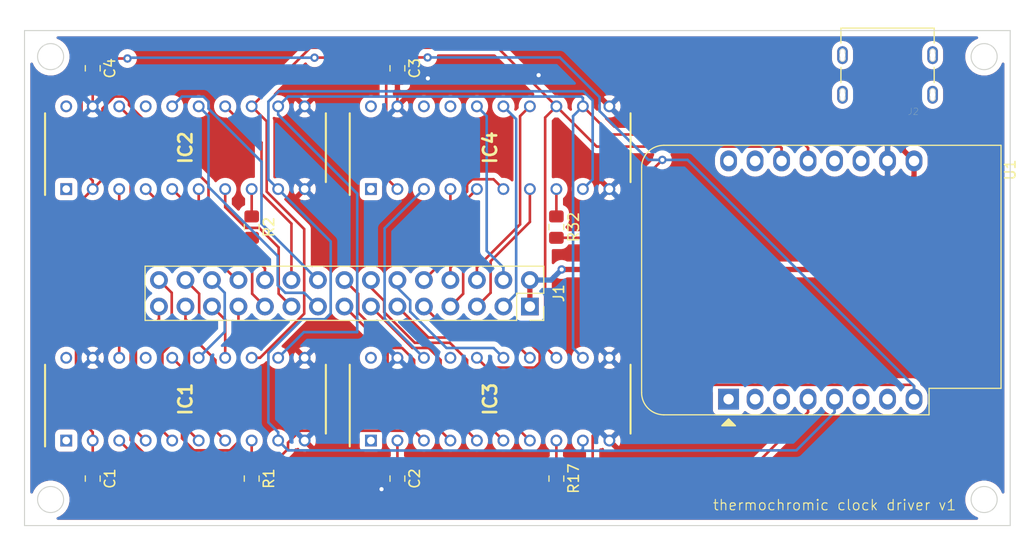
<source format=kicad_pcb>
(kicad_pcb (version 20171130) (host pcbnew "(5.1.5)-3")
  (title_block (rev 1))
  (layers (0 Front signal) (31 Back signal) (34 B.Paste user) (35 F.Paste user) (36 B.SilkS user) (37 F.SilkS user) (38 B.Mask user) (39 F.Mask user) (44 Edge.Cuts user))
  (net 0 "")
  (net 1 GND)
  (net 2 +3V3)
  (net 3 "Net-(IC1-Pad20)")
  (net 4 "Net-(IC1-Pad18)")
  (net 5 "Net-(IC1-Pad17)")
  (net 6 /1G)
  (net 7 /1F)
  (net 8 /1E)
  (net 9 /SRCK)
  (net 10 /RCK)
  (net 11 /ENABLE)
  (net 12 "Net-(IC1-Pad8)")
  (net 13 /1D)
  (net 14 /1C)
  (net 15 /1B)
  (net 16 /1A)
  (net 17 /SER)
  (net 18 "Net-(IC1-Pad1)")
  (net 19 "Net-(IC2-Pad20)")
  (net 20 "Net-(IC2-Pad18)")
  (net 21 "Net-(IC2-Pad17)")
  (net 22 /2G)
  (net 23 /2F)
  (net 24 /2E)
  (net 25 "Net-(IC2-Pad8)")
  (net 26 /2D)
  (net 27 /2C)
  (net 28 /2B)
  (net 29 /2A)
  (net 30 "Net-(IC2-Pad1)")
  (net 31 "Net-(IC3-Pad20)")
  (net 32 "Net-(IC3-Pad18)")
  (net 33 "Net-(IC3-Pad17)")
  (net 34 /3G)
  (net 35 /3F)
  (net 36 /3E)
  (net 37 "Net-(IC3-Pad8)")
  (net 38 /3D)
  (net 39 /3C)
  (net 40 /3B)
  (net 41 /3A)
  (net 42 "Net-(IC3-Pad1)")
  (net 43 "Net-(IC4-Pad20)")
  (net 44 "Net-(IC4-Pad18)")
  (net 45 "Net-(IC4-Pad17)")
  (net 46 /4G)
  (net 47 /4F)
  (net 48 /4E)
  (net 49 "Net-(IC4-Pad8)")
  (net 50 /4D)
  (net 51 /4C)
  (net 52 /4B)
  (net 53 /4A)
  (net 54 "Net-(IC4-Pad1)")
  (net 55 +5V)
  (net 56 "Net-(U1-Pad16)")
  (net 57 "Net-(U1-Pad15)")
  (net 58 "Net-(U1-Pad12)")
  (net 59 "Net-(U1-Pad11)")
  (net 60 "Net-(U1-Pad7)")
  (net 61 "Net-(U1-Pad6)")
  (net 62 "Net-(U1-Pad3)")
  (net 63 "Net-(U1-Pad1)")
  (net 64 "Net-(U1-Pad2)")
  (net 65 "Net-(J2-PadA5)")
  (net 66 "Net-(J2-PadB5)")
  (net 67 "Net-(J2-PadS1)")
  (module user-footprints:CUI_UJC-HP-3-SMT-TR (layer Front) (at 205.74 73.66 180)
    (fp_text reference J2 (at -2.468 -1.6064) (layer F.SilkS) (effects (font (size 0.64 0.64) (thickness 0.015))))
    (fp_text value UJC-HP-3-SMT-TR)
    (fp_line (start -4.57 -0.35) (end -4.57 0.35) (layer Edge.Cuts) (width 0.1))
    (fp_arc (start -4.32 0.35) (end -4.32 0.6) (angle 90) (layer Edge.Cuts) (width 0.1))
    (fp_arc (start -4.32 0.35) (end -4.07 0.35) (angle 90) (layer Edge.Cuts) (width 0.1))
    (fp_line (start -4.07 0.35) (end -4.07 -0.35) (layer Edge.Cuts) (width 0.1))
    (fp_arc (start -4.32 -0.35) (end -4.32 -0.6) (angle 90) (layer Edge.Cuts) (width 0.1))
    (fp_arc (start -4.32 -0.35) (end -4.57 -0.35) (angle 90) (layer Edge.Cuts) (width 0.1))
    (fp_poly (pts (xy -4.07 0) (xy -4.07 -0.35) (xy -4.070343 -0.363084) (xy -4.07137 -0.376132) (xy -4.073078 -0.389109) (xy -4.075463 -0.401978) (xy -4.078519 -0.414705) (xy -4.082236 -0.427254) (xy -4.086605 -0.439592) (xy -4.091614 -0.451684) (xy -4.097248 -0.463498) (xy -4.103494 -0.475) (xy -4.110332 -0.48616) (xy -4.117746 -0.496946) (xy -4.125714 -0.50733) (xy -4.134214 -0.517283) (xy -4.143223 -0.526777) (xy -4.152717 -0.535786) (xy -4.16267 -0.544286) (xy -4.173054 -0.552254) (xy -4.18384 -0.559668) (xy -4.195 -0.566506) (xy -4.206502 -0.572752) (xy -4.218316 -0.578386) (xy -4.230408 -0.583395) (xy -4.242746 -0.587764) (xy -4.255295 -0.591481) (xy -4.268022 -0.594537) (xy -4.280891 -0.596922) (xy -4.293868 -0.59863) (xy -4.306916 -0.599657) (xy -4.32 -0.6) (xy -4.333084 -0.599657) (xy -4.346132 -0.59863) (xy -4.359109 -0.596922) (xy -4.371978 -0.594537) (xy -4.384705 -0.591481) (xy -4.397254 -0.587764) (xy -4.409592 -0.583395) (xy -4.421684 -0.578386) (xy -4.433498 -0.572752) (xy -4.445 -0.566506) (xy -4.45616 -0.559668) (xy -4.466946 -0.552254) (xy -4.47733 -0.544286) (xy -4.487283 -0.535786) (xy -4.496777 -0.526777) (xy -4.505786 -0.517283) (xy -4.514286 -0.50733) (xy -4.522254 -0.496946) (xy -4.529668 -0.48616) (xy -4.536506 -0.475) (xy -4.542752 -0.463498) (xy -4.548386 -0.451684) (xy -4.553395 -0.439592) (xy -4.557764 -0.427254) (xy -4.561481 -0.414705) (xy -4.564537 -0.401978) (xy -4.566922 -0.389109) (xy -4.56863 -0.376132) (xy -4.569657 -0.363084) (xy -4.57 -0.35) (xy -4.57 0.35) (xy -4.569657 0.363084) (xy -4.56863 0.376132) (xy -4.566922 0.389109) (xy -4.564537 0.401978) (xy -4.561481 0.414705) (xy -4.557764 0.427254) (xy -4.553395 0.439592) (xy -4.548386 0.451684) (xy -4.542752 0.463498) (xy -4.536506 0.475) (xy -4.529668 0.48616) (xy -4.522254 0.496946) (xy -4.514286 0.50733) (xy -4.505786 0.517283) (xy -4.496777 0.526777) (xy -4.487283 0.535786) (xy -4.47733 0.544286) (xy -4.466946 0.552254) (xy -4.45616 0.559668) (xy -4.445 0.566506) (xy -4.433498 0.572752) (xy -4.421684 0.578386) (xy -4.409592 0.583395) (xy -4.397254 0.587764) (xy -4.384705 0.591481) (xy -4.371978 0.594537) (xy -4.359109 0.596922) (xy -4.346132 0.59863) (xy -4.333084 0.599657) (xy -4.32 0.6) (xy -4.306916 0.599657) (xy -4.293868 0.59863) (xy -4.280891 0.596922) (xy -4.268022 0.594537) (xy -4.255295 0.591481) (xy -4.242746 0.587764) (xy -4.230408 0.583395) (xy -4.218316 0.578386) (xy -4.206502 0.572752) (xy -4.195 0.566506) (xy -4.18384 0.559668) (xy -4.173054 0.552254) (xy -4.16267 0.544286) (xy -4.152717 0.535786) (xy -4.143223 0.526777) (xy -4.134214 0.517283) (xy -4.125714 0.50733) (xy -4.117746 0.496946) (xy -4.110332 0.48616) (xy -4.103494 0.475) (xy -4.097248 0.463498) (xy -4.091614 0.451684) (xy -4.086605 0.439592) (xy -4.082236 0.427254) (xy -4.078519 0.414705) (xy -4.075463 0.401978) (xy -4.073078 0.389109) (xy -4.07137 0.376132) (xy -4.070343 0.363084) (xy -4.07 0.35) (xy -4.07 0.01) (xy -3.82 0.01) (xy -3.82 0.35) (xy -3.820685 0.376168) (xy -3.822739 0.402264) (xy -3.826156 0.428217) (xy -3.830926 0.453956) (xy -3.837037 0.47941) (xy -3.844472 0.504508) (xy -3.85321 0.529184) (xy -3.863227 0.553368) (xy -3.874497 0.576995) (xy -3.886987 0.6) (xy -3.900665 0.62232) (xy -3.915492 0.643893) (xy -3.931427 0.66466) (xy -3.948428 0.684565) (xy -3.966447 0.703553) (xy -3.985435 0.721572) (xy -4.00534 0.738573) (xy -4.026107 0.754508) (xy -4.04768 0.769335) (xy -4.07 0.783013) (xy -4.093005 0.795503) (xy -4.116632 0.806773) (xy -4.140816 0.81679) (xy -4.165492 0.825528) (xy -4.19059 0.832963) (xy -4.216044 0.839074) (xy -4.241783 0.843844) (xy -4.267736 0.847261) (xy -4.293832 0.849315) (xy -4.32 0.85) (xy -4.346168 0.849315) (xy -4.372264 0.847261) (xy -4.398217 0.843844) (xy -4.423956 0.839074) (xy -4.44941 0.832963) (xy -4.474508 0.825528) (xy -4.499184 0.81679) (xy -4.523368 0.806773) (xy -4.546995 0.795503) (xy -4.57 0.783013) (xy -4.59232 0.769335) (xy -4.613893 0.754508) (xy -4.63466 0.738573) (xy -4.654565 0.721572) (xy -4.673553 0.703553) (xy -4.691572 0.684565) (xy -4.708573 0.66466) (xy -4.724508 0.643893) (xy -4.739335 0.62232) (xy -4.753013 0.6) (xy -4.765503 0.576995) (xy -4.776773 0.553368) (xy -4.78679 0.529184) (xy -4.795528 0.504508) (xy -4.802963 0.47941) (xy -4.809074 0.453956) (xy -4.813844 0.428217) (xy -4.817261 0.402264) (xy -4.819315 0.376168) (xy -4.82 0.35) (xy -4.82 -0.35) (xy -4.819315 -0.376168) (xy -4.817261 -0.402264) (xy -4.813844 -0.428217) (xy -4.809074 -0.453956) (xy -4.802963 -0.47941) (xy -4.795528 -0.504508) (xy -4.78679 -0.529184) (xy -4.776773 -0.553368) (xy -4.765503 -0.576995) (xy -4.753013 -0.6) (xy -4.739335 -0.62232) (xy -4.724508 -0.643893) (xy -4.708573 -0.66466) (xy -4.691572 -0.684565) (xy -4.673553 -0.703553) (xy -4.654565 -0.721572) (xy -4.63466 -0.738573) (xy -4.613893 -0.754508) (xy -4.59232 -0.769335) (xy -4.57 -0.783013) (xy -4.546995 -0.795503) (xy -4.523368 -0.806773) (xy -4.499184 -0.81679) (xy -4.474508 -0.825528) (xy -4.44941 -0.832963) (xy -4.423956 -0.839074) (xy -4.398217 -0.843844) (xy -4.372264 -0.847261) (xy -4.346168 -0.849315) (xy -4.32 -0.85) (xy -4.293832 -0.849315) (xy -4.267736 -0.847261) (xy -4.241783 -0.843844) (xy -4.216044 -0.839074) (xy -4.19059 -0.832963) (xy -4.165492 -0.825528) (xy -4.140816 -0.81679) (xy -4.116632 -0.806773) (xy -4.093005 -0.795503) (xy -4.07 -0.783013) (xy -4.04768 -0.769335) (xy -4.026107 -0.754508) (xy -4.00534 -0.738573) (xy -3.985435 -0.721572) (xy -3.966447 -0.703553) (xy -3.948428 -0.684565) (xy -3.931427 -0.66466) (xy -3.915492 -0.643893) (xy -3.900665 -0.62232) (xy -3.886987 -0.6) (xy -3.874497 -0.576995) (xy -3.863227 -0.553368) (xy -3.85321 -0.529184) (xy -3.844472 -0.504508) (xy -3.837037 -0.47941) (xy -3.830926 -0.453956) (xy -3.826156 -0.428217) (xy -3.822739 -0.402264) (xy -3.820685 -0.376168) (xy -3.82 -0.35) (xy -3.82 0) (xy -4.07 0)) (layer Front) (width 0.01))
    (fp_poly (pts (xy -4.07 0) (xy -4.07 -0.35) (xy -4.070343 -0.363084) (xy -4.07137 -0.376132) (xy -4.073078 -0.389109) (xy -4.075463 -0.401978) (xy -4.078519 -0.414705) (xy -4.082236 -0.427254) (xy -4.086605 -0.439592) (xy -4.091614 -0.451684) (xy -4.097248 -0.463498) (xy -4.103494 -0.475) (xy -4.110332 -0.48616) (xy -4.117746 -0.496946) (xy -4.125714 -0.50733) (xy -4.134214 -0.517283) (xy -4.143223 -0.526777) (xy -4.152717 -0.535786) (xy -4.16267 -0.544286) (xy -4.173054 -0.552254) (xy -4.18384 -0.559668) (xy -4.195 -0.566506) (xy -4.206502 -0.572752) (xy -4.218316 -0.578386) (xy -4.230408 -0.583395) (xy -4.242746 -0.587764) (xy -4.255295 -0.591481) (xy -4.268022 -0.594537) (xy -4.280891 -0.596922) (xy -4.293868 -0.59863) (xy -4.306916 -0.599657) (xy -4.32 -0.6) (xy -4.333084 -0.599657) (xy -4.346132 -0.59863) (xy -4.359109 -0.596922) (xy -4.371978 -0.594537) (xy -4.384705 -0.591481) (xy -4.397254 -0.587764) (xy -4.409592 -0.583395) (xy -4.421684 -0.578386) (xy -4.433498 -0.572752) (xy -4.445 -0.566506) (xy -4.45616 -0.559668) (xy -4.466946 -0.552254) (xy -4.47733 -0.544286) (xy -4.487283 -0.535786) (xy -4.496777 -0.526777) (xy -4.505786 -0.517283) (xy -4.514286 -0.50733) (xy -4.522254 -0.496946) (xy -4.529668 -0.48616) (xy -4.536506 -0.475) (xy -4.542752 -0.463498) (xy -4.548386 -0.451684) (xy -4.553395 -0.439592) (xy -4.557764 -0.427254) (xy -4.561481 -0.414705) (xy -4.564537 -0.401978) (xy -4.566922 -0.389109) (xy -4.56863 -0.376132) (xy -4.569657 -0.363084) (xy -4.57 -0.35) (xy -4.57 0.35) (xy -4.569657 0.363084) (xy -4.56863 0.376132) (xy -4.566922 0.389109) (xy -4.564537 0.401978) (xy -4.561481 0.414705) (xy -4.557764 0.427254) (xy -4.553395 0.439592) (xy -4.548386 0.451684) (xy -4.542752 0.463498) (xy -4.536506 0.475) (xy -4.529668 0.48616) (xy -4.522254 0.496946) (xy -4.514286 0.50733) (xy -4.505786 0.517283) (xy -4.496777 0.526777) (xy -4.487283 0.535786) (xy -4.47733 0.544286) (xy -4.466946 0.552254) (xy -4.45616 0.559668) (xy -4.445 0.566506) (xy -4.433498 0.572752) (xy -4.421684 0.578386) (xy -4.409592 0.583395) (xy -4.397254 0.587764) (xy -4.384705 0.591481) (xy -4.371978 0.594537) (xy -4.359109 0.596922) (xy -4.346132 0.59863) (xy -4.333084 0.599657) (xy -4.32 0.6) (xy -4.306916 0.599657) (xy -4.293868 0.59863) (xy -4.280891 0.596922) (xy -4.268022 0.594537) (xy -4.255295 0.591481) (xy -4.242746 0.587764) (xy -4.230408 0.583395) (xy -4.218316 0.578386) (xy -4.206502 0.572752) (xy -4.195 0.566506) (xy -4.18384 0.559668) (xy -4.173054 0.552254) (xy -4.16267 0.544286) (xy -4.152717 0.535786) (xy -4.143223 0.526777) (xy -4.134214 0.517283) (xy -4.125714 0.50733) (xy -4.117746 0.496946) (xy -4.110332 0.48616) (xy -4.103494 0.475) (xy -4.097248 0.463498) (xy -4.091614 0.451684) (xy -4.086605 0.439592) (xy -4.082236 0.427254) (xy -4.078519 0.414705) (xy -4.075463 0.401978) (xy -4.073078 0.389109) (xy -4.07137 0.376132) (xy -4.070343 0.363084) (xy -4.07 0.35) (xy -4.07 0.01) (xy -3.82 0.01) (xy -3.82 0.35) (xy -3.820685 0.376168) (xy -3.822739 0.402264) (xy -3.826156 0.428217) (xy -3.830926 0.453956) (xy -3.837037 0.47941) (xy -3.844472 0.504508) (xy -3.85321 0.529184) (xy -3.863227 0.553368) (xy -3.874497 0.576995) (xy -3.886987 0.6) (xy -3.900665 0.62232) (xy -3.915492 0.643893) (xy -3.931427 0.66466) (xy -3.948428 0.684565) (xy -3.966447 0.703553) (xy -3.985435 0.721572) (xy -4.00534 0.738573) (xy -4.026107 0.754508) (xy -4.04768 0.769335) (xy -4.07 0.783013) (xy -4.093005 0.795503) (xy -4.116632 0.806773) (xy -4.140816 0.81679) (xy -4.165492 0.825528) (xy -4.19059 0.832963) (xy -4.216044 0.839074) (xy -4.241783 0.843844) (xy -4.267736 0.847261) (xy -4.293832 0.849315) (xy -4.32 0.85) (xy -4.346168 0.849315) (xy -4.372264 0.847261) (xy -4.398217 0.843844) (xy -4.423956 0.839074) (xy -4.44941 0.832963) (xy -4.474508 0.825528) (xy -4.499184 0.81679) (xy -4.523368 0.806773) (xy -4.546995 0.795503) (xy -4.57 0.783013) (xy -4.59232 0.769335) (xy -4.613893 0.754508) (xy -4.63466 0.738573) (xy -4.654565 0.721572) (xy -4.673553 0.703553) (xy -4.691572 0.684565) (xy -4.708573 0.66466) (xy -4.724508 0.643893) (xy -4.739335 0.62232) (xy -4.753013 0.6) (xy -4.765503 0.576995) (xy -4.776773 0.553368) (xy -4.78679 0.529184) (xy -4.795528 0.504508) (xy -4.802963 0.47941) (xy -4.809074 0.453956) (xy -4.813844 0.428217) (xy -4.817261 0.402264) (xy -4.819315 0.376168) (xy -4.82 0.35) (xy -4.82 -0.35) (xy -4.819315 -0.376168) (xy -4.817261 -0.402264) (xy -4.813844 -0.428217) (xy -4.809074 -0.453956) (xy -4.802963 -0.47941) (xy -4.795528 -0.504508) (xy -4.78679 -0.529184) (xy -4.776773 -0.553368) (xy -4.765503 -0.576995) (xy -4.753013 -0.6) (xy -4.739335 -0.62232) (xy -4.724508 -0.643893) (xy -4.708573 -0.66466) (xy -4.691572 -0.684565) (xy -4.673553 -0.703553) (xy -4.654565 -0.721572) (xy -4.63466 -0.738573) (xy -4.613893 -0.754508) (xy -4.59232 -0.769335) (xy -4.57 -0.783013) (xy -4.546995 -0.795503) (xy -4.523368 -0.806773) (xy -4.499184 -0.81679) (xy -4.474508 -0.825528) (xy -4.44941 -0.832963) (xy -4.423956 -0.839074) (xy -4.398217 -0.843844) (xy -4.372264 -0.847261) (xy -4.346168 -0.849315) (xy -4.32 -0.85) (xy -4.293832 -0.849315) (xy -4.267736 -0.847261) (xy -4.241783 -0.843844) (xy -4.216044 -0.839074) (xy -4.19059 -0.832963) (xy -4.165492 -0.825528) (xy -4.140816 -0.81679) (xy -4.116632 -0.806773) (xy -4.093005 -0.795503) (xy -4.07 -0.783013) (xy -4.04768 -0.769335) (xy -4.026107 -0.754508) (xy -4.00534 -0.738573) (xy -3.985435 -0.721572) (xy -3.966447 -0.703553) (xy -3.948428 -0.684565) (xy -3.931427 -0.66466) (xy -3.915492 -0.643893) (xy -3.900665 -0.62232) (xy -3.886987 -0.6) (xy -3.874497 -0.576995) (xy -3.863227 -0.553368) (xy -3.85321 -0.529184) (xy -3.844472 -0.504508) (xy -3.837037 -0.47941) (xy -3.830926 -0.453956) (xy -3.826156 -0.428217) (xy -3.822739 -0.402264) (xy -3.820685 -0.376168) (xy -3.82 -0.35) (xy -3.82 0) (xy -4.07 0)) (layer Back) (width 0.01))
    (fp_line (start 4.07 -0.35) (end 4.07 0.35) (layer Edge.Cuts) (width 0.1))
    (fp_arc (start 4.32 0.35) (end 4.32 0.6) (angle 90) (layer Edge.Cuts) (width 0.1))
    (fp_arc (start 4.32 0.35) (end 4.57 0.35) (angle 90) (layer Edge.Cuts) (width 0.1))
    (fp_line (start 4.57 0.35) (end 4.57 -0.35) (layer Edge.Cuts) (width 0.1))
    (fp_arc (start 4.32 -0.35) (end 4.32 -0.6) (angle 90) (layer Edge.Cuts) (width 0.1))
    (fp_arc (start 4.32 -0.35) (end 4.07 -0.35) (angle 90) (layer Edge.Cuts) (width 0.1))
    (fp_poly (pts (xy 4.57 0) (xy 4.57 -0.35) (xy 4.569657 -0.363084) (xy 4.56863 -0.376132) (xy 4.566922 -0.389109) (xy 4.564537 -0.401978) (xy 4.561481 -0.414705) (xy 4.557764 -0.427254) (xy 4.553395 -0.439592) (xy 4.548386 -0.451684) (xy 4.542752 -0.463498) (xy 4.536506 -0.475) (xy 4.529668 -0.48616) (xy 4.522254 -0.496946) (xy 4.514286 -0.50733) (xy 4.505786 -0.517283) (xy 4.496777 -0.526777) (xy 4.487283 -0.535786) (xy 4.47733 -0.544286) (xy 4.466946 -0.552254) (xy 4.45616 -0.559668) (xy 4.445 -0.566506) (xy 4.433498 -0.572752) (xy 4.421684 -0.578386) (xy 4.409592 -0.583395) (xy 4.397254 -0.587764) (xy 4.384705 -0.591481) (xy 4.371978 -0.594537) (xy 4.359109 -0.596922) (xy 4.346132 -0.59863) (xy 4.333084 -0.599657) (xy 4.32 -0.6) (xy 4.306916 -0.599657) (xy 4.293868 -0.59863) (xy 4.280891 -0.596922) (xy 4.268022 -0.594537) (xy 4.255295 -0.591481) (xy 4.242746 -0.587764) (xy 4.230408 -0.583395) (xy 4.218316 -0.578386) (xy 4.206502 -0.572752) (xy 4.195 -0.566506) (xy 4.18384 -0.559668) (xy 4.173054 -0.552254) (xy 4.16267 -0.544286) (xy 4.152717 -0.535786) (xy 4.143223 -0.526777) (xy 4.134214 -0.517283) (xy 4.125714 -0.50733) (xy 4.117746 -0.496946) (xy 4.110332 -0.48616) (xy 4.103494 -0.475) (xy 4.097248 -0.463498) (xy 4.091614 -0.451684) (xy 4.086605 -0.439592) (xy 4.082236 -0.427254) (xy 4.078519 -0.414705) (xy 4.075463 -0.401978) (xy 4.073078 -0.389109) (xy 4.07137 -0.376132) (xy 4.070343 -0.363084) (xy 4.07 -0.35) (xy 4.07 0.35) (xy 4.070343 0.363084) (xy 4.07137 0.376132) (xy 4.073078 0.389109) (xy 4.075463 0.401978) (xy 4.078519 0.414705) (xy 4.082236 0.427254) (xy 4.086605 0.439592) (xy 4.091614 0.451684) (xy 4.097248 0.463498) (xy 4.103494 0.475) (xy 4.110332 0.48616) (xy 4.117746 0.496946) (xy 4.125714 0.50733) (xy 4.134214 0.517283) (xy 4.143223 0.526777) (xy 4.152717 0.535786) (xy 4.16267 0.544286) (xy 4.173054 0.552254) (xy 4.18384 0.559668) (xy 4.195 0.566506) (xy 4.206502 0.572752) (xy 4.218316 0.578386) (xy 4.230408 0.583395) (xy 4.242746 0.587764) (xy 4.255295 0.591481) (xy 4.268022 0.594537) (xy 4.280891 0.596922) (xy 4.293868 0.59863) (xy 4.306916 0.599657) (xy 4.32 0.6) (xy 4.333084 0.599657) (xy 4.346132 0.59863) (xy 4.359109 0.596922) (xy 4.371978 0.594537) (xy 4.384705 0.591481) (xy 4.397254 0.587764) (xy 4.409592 0.583395) (xy 4.421684 0.578386) (xy 4.433498 0.572752) (xy 4.445 0.566506) (xy 4.45616 0.559668) (xy 4.466946 0.552254) (xy 4.47733 0.544286) (xy 4.487283 0.535786) (xy 4.496777 0.526777) (xy 4.505786 0.517283) (xy 4.514286 0.50733) (xy 4.522254 0.496946) (xy 4.529668 0.48616) (xy 4.536506 0.475) (xy 4.542752 0.463498) (xy 4.548386 0.451684) (xy 4.553395 0.439592) (xy 4.557764 0.427254) (xy 4.561481 0.414705) (xy 4.564537 0.401978) (xy 4.566922 0.389109) (xy 4.56863 0.376132) (xy 4.569657 0.363084) (xy 4.57 0.35) (xy 4.57 0.01) (xy 4.82 0.01) (xy 4.82 0.35) (xy 4.819315 0.376168) (xy 4.817261 0.402264) (xy 4.813844 0.428217) (xy 4.809074 0.453956) (xy 4.802963 0.47941) (xy 4.795528 0.504508) (xy 4.78679 0.529184) (xy 4.776773 0.553368) (xy 4.765503 0.576995) (xy 4.753013 0.6) (xy 4.739335 0.62232) (xy 4.724508 0.643893) (xy 4.708573 0.66466) (xy 4.691572 0.684565) (xy 4.673553 0.703553) (xy 4.654565 0.721572) (xy 4.63466 0.738573) (xy 4.613893 0.754508) (xy 4.59232 0.769335) (xy 4.57 0.783013) (xy 4.546995 0.795503) (xy 4.523368 0.806773) (xy 4.499184 0.81679) (xy 4.474508 0.825528) (xy 4.44941 0.832963) (xy 4.423956 0.839074) (xy 4.398217 0.843844) (xy 4.372264 0.847261) (xy 4.346168 0.849315) (xy 4.32 0.85) (xy 4.293832 0.849315) (xy 4.267736 0.847261) (xy 4.241783 0.843844) (xy 4.216044 0.839074) (xy 4.19059 0.832963) (xy 4.165492 0.825528) (xy 4.140816 0.81679) (xy 4.116632 0.806773) (xy 4.093005 0.795503) (xy 4.07 0.783013) (xy 4.04768 0.769335) (xy 4.026107 0.754508) (xy 4.00534 0.738573) (xy 3.985435 0.721572) (xy 3.966447 0.703553) (xy 3.948428 0.684565) (xy 3.931427 0.66466) (xy 3.915492 0.643893) (xy 3.900665 0.62232) (xy 3.886987 0.6) (xy 3.874497 0.576995) (xy 3.863227 0.553368) (xy 3.85321 0.529184) (xy 3.844472 0.504508) (xy 3.837037 0.47941) (xy 3.830926 0.453956) (xy 3.826156 0.428217) (xy 3.822739 0.402264) (xy 3.820685 0.376168) (xy 3.82 0.35) (xy 3.82 -0.35) (xy 3.820685 -0.376168) (xy 3.822739 -0.402264) (xy 3.826156 -0.428217) (xy 3.830926 -0.453956) (xy 3.837037 -0.47941) (xy 3.844472 -0.504508) (xy 3.85321 -0.529184) (xy 3.863227 -0.553368) (xy 3.874497 -0.576995) (xy 3.886987 -0.6) (xy 3.900665 -0.62232) (xy 3.915492 -0.643893) (xy 3.931427 -0.66466) (xy 3.948428 -0.684565) (xy 3.966447 -0.703553) (xy 3.985435 -0.721572) (xy 4.00534 -0.738573) (xy 4.026107 -0.754508) (xy 4.04768 -0.769335) (xy 4.07 -0.783013) (xy 4.093005 -0.795503) (xy 4.116632 -0.806773) (xy 4.140816 -0.81679) (xy 4.165492 -0.825528) (xy 4.19059 -0.832963) (xy 4.216044 -0.839074) (xy 4.241783 -0.843844) (xy 4.267736 -0.847261) (xy 4.293832 -0.849315) (xy 4.32 -0.85) (xy 4.346168 -0.849315) (xy 4.372264 -0.847261) (xy 4.398217 -0.843844) (xy 4.423956 -0.839074) (xy 4.44941 -0.832963) (xy 4.474508 -0.825528) (xy 4.499184 -0.81679) (xy 4.523368 -0.806773) (xy 4.546995 -0.795503) (xy 4.57 -0.783013) (xy 4.59232 -0.769335) (xy 4.613893 -0.754508) (xy 4.63466 -0.738573) (xy 4.654565 -0.721572) (xy 4.673553 -0.703553) (xy 4.691572 -0.684565) (xy 4.708573 -0.66466) (xy 4.724508 -0.643893) (xy 4.739335 -0.62232) (xy 4.753013 -0.6) (xy 4.765503 -0.576995) (xy 4.776773 -0.553368) (xy 4.78679 -0.529184) (xy 4.795528 -0.504508) (xy 4.802963 -0.47941) (xy 4.809074 -0.453956) (xy 4.813844 -0.428217) (xy 4.817261 -0.402264) (xy 4.819315 -0.376168) (xy 4.82 -0.35) (xy 4.82 0) (xy 4.57 0)) (layer Front) (width 0.01))
    (fp_poly (pts (xy 4.57 0) (xy 4.57 -0.35) (xy 4.569657 -0.363084) (xy 4.56863 -0.376132) (xy 4.566922 -0.389109) (xy 4.564537 -0.401978) (xy 4.561481 -0.414705) (xy 4.557764 -0.427254) (xy 4.553395 -0.439592) (xy 4.548386 -0.451684) (xy 4.542752 -0.463498) (xy 4.536506 -0.475) (xy 4.529668 -0.48616) (xy 4.522254 -0.496946) (xy 4.514286 -0.50733) (xy 4.505786 -0.517283) (xy 4.496777 -0.526777) (xy 4.487283 -0.535786) (xy 4.47733 -0.544286) (xy 4.466946 -0.552254) (xy 4.45616 -0.559668) (xy 4.445 -0.566506) (xy 4.433498 -0.572752) (xy 4.421684 -0.578386) (xy 4.409592 -0.583395) (xy 4.397254 -0.587764) (xy 4.384705 -0.591481) (xy 4.371978 -0.594537) (xy 4.359109 -0.596922) (xy 4.346132 -0.59863) (xy 4.333084 -0.599657) (xy 4.32 -0.6) (xy 4.306916 -0.599657) (xy 4.293868 -0.59863) (xy 4.280891 -0.596922) (xy 4.268022 -0.594537) (xy 4.255295 -0.591481) (xy 4.242746 -0.587764) (xy 4.230408 -0.583395) (xy 4.218316 -0.578386) (xy 4.206502 -0.572752) (xy 4.195 -0.566506) (xy 4.18384 -0.559668) (xy 4.173054 -0.552254) (xy 4.16267 -0.544286) (xy 4.152717 -0.535786) (xy 4.143223 -0.526777) (xy 4.134214 -0.517283) (xy 4.125714 -0.50733) (xy 4.117746 -0.496946) (xy 4.110332 -0.48616) (xy 4.103494 -0.475) (xy 4.097248 -0.463498) (xy 4.091614 -0.451684) (xy 4.086605 -0.439592) (xy 4.082236 -0.427254) (xy 4.078519 -0.414705) (xy 4.075463 -0.401978) (xy 4.073078 -0.389109) (xy 4.07137 -0.376132) (xy 4.070343 -0.363084) (xy 4.07 -0.35) (xy 4.07 0.35) (xy 4.070343 0.363084) (xy 4.07137 0.376132) (xy 4.073078 0.389109) (xy 4.075463 0.401978) (xy 4.078519 0.414705) (xy 4.082236 0.427254) (xy 4.086605 0.439592) (xy 4.091614 0.451684) (xy 4.097248 0.463498) (xy 4.103494 0.475) (xy 4.110332 0.48616) (xy 4.117746 0.496946) (xy 4.125714 0.50733) (xy 4.134214 0.517283) (xy 4.143223 0.526777) (xy 4.152717 0.535786) (xy 4.16267 0.544286) (xy 4.173054 0.552254) (xy 4.18384 0.559668) (xy 4.195 0.566506) (xy 4.206502 0.572752) (xy 4.218316 0.578386) (xy 4.230408 0.583395) (xy 4.242746 0.587764) (xy 4.255295 0.591481) (xy 4.268022 0.594537) (xy 4.280891 0.596922) (xy 4.293868 0.59863) (xy 4.306916 0.599657) (xy 4.32 0.6) (xy 4.333084 0.599657) (xy 4.346132 0.59863) (xy 4.359109 0.596922) (xy 4.371978 0.594537) (xy 4.384705 0.591481) (xy 4.397254 0.587764) (xy 4.409592 0.583395) (xy 4.421684 0.578386) (xy 4.433498 0.572752) (xy 4.445 0.566506) (xy 4.45616 0.559668) (xy 4.466946 0.552254) (xy 4.47733 0.544286) (xy 4.487283 0.535786) (xy 4.496777 0.526777) (xy 4.505786 0.517283) (xy 4.514286 0.50733) (xy 4.522254 0.496946) (xy 4.529668 0.48616) (xy 4.536506 0.475) (xy 4.542752 0.463498) (xy 4.548386 0.451684) (xy 4.553395 0.439592) (xy 4.557764 0.427254) (xy 4.561481 0.414705) (xy 4.564537 0.401978) (xy 4.566922 0.389109) (xy 4.56863 0.376132) (xy 4.569657 0.363084) (xy 4.57 0.35) (xy 4.57 0.01) (xy 4.82 0.01) (xy 4.82 0.35) (xy 4.819315 0.376168) (xy 4.817261 0.402264) (xy 4.813844 0.428217) (xy 4.809074 0.453956) (xy 4.802963 0.47941) (xy 4.795528 0.504508) (xy 4.78679 0.529184) (xy 4.776773 0.553368) (xy 4.765503 0.576995) (xy 4.753013 0.6) (xy 4.739335 0.62232) (xy 4.724508 0.643893) (xy 4.708573 0.66466) (xy 4.691572 0.684565) (xy 4.673553 0.703553) (xy 4.654565 0.721572) (xy 4.63466 0.738573) (xy 4.613893 0.754508) (xy 4.59232 0.769335) (xy 4.57 0.783013) (xy 4.546995 0.795503) (xy 4.523368 0.806773) (xy 4.499184 0.81679) (xy 4.474508 0.825528) (xy 4.44941 0.832963) (xy 4.423956 0.839074) (xy 4.398217 0.843844) (xy 4.372264 0.847261) (xy 4.346168 0.849315) (xy 4.32 0.85) (xy 4.293832 0.849315) (xy 4.267736 0.847261) (xy 4.241783 0.843844) (xy 4.216044 0.839074) (xy 4.19059 0.832963) (xy 4.165492 0.825528) (xy 4.140816 0.81679) (xy 4.116632 0.806773) (xy 4.093005 0.795503) (xy 4.07 0.783013) (xy 4.04768 0.769335) (xy 4.026107 0.754508) (xy 4.00534 0.738573) (xy 3.985435 0.721572) (xy 3.966447 0.703553) (xy 3.948428 0.684565) (xy 3.931427 0.66466) (xy 3.915492 0.643893) (xy 3.900665 0.62232) (xy 3.886987 0.6) (xy 3.874497 0.576995) (xy 3.863227 0.553368) (xy 3.85321 0.529184) (xy 3.844472 0.504508) (xy 3.837037 0.47941) (xy 3.830926 0.453956) (xy 3.826156 0.428217) (xy 3.822739 0.402264) (xy 3.820685 0.376168) (xy 3.82 0.35) (xy 3.82 -0.35) (xy 3.820685 -0.376168) (xy 3.822739 -0.402264) (xy 3.826156 -0.428217) (xy 3.830926 -0.453956) (xy 3.837037 -0.47941) (xy 3.844472 -0.504508) (xy 3.85321 -0.529184) (xy 3.863227 -0.553368) (xy 3.874497 -0.576995) (xy 3.886987 -0.6) (xy 3.900665 -0.62232) (xy 3.915492 -0.643893) (xy 3.931427 -0.66466) (xy 3.948428 -0.684565) (xy 3.966447 -0.703553) (xy 3.985435 -0.721572) (xy 4.00534 -0.738573) (xy 4.026107 -0.754508) (xy 4.04768 -0.769335) (xy 4.07 -0.783013) (xy 4.093005 -0.795503) (xy 4.116632 -0.806773) (xy 4.140816 -0.81679) (xy 4.165492 -0.825528) (xy 4.19059 -0.832963) (xy 4.216044 -0.839074) (xy 4.241783 -0.843844) (xy 4.267736 -0.847261) (xy 4.293832 -0.849315) (xy 4.32 -0.85) (xy 4.346168 -0.849315) (xy 4.372264 -0.847261) (xy 4.398217 -0.843844) (xy 4.423956 -0.839074) (xy 4.44941 -0.832963) (xy 4.474508 -0.825528) (xy 4.499184 -0.81679) (xy 4.523368 -0.806773) (xy 4.546995 -0.795503) (xy 4.57 -0.783013) (xy 4.59232 -0.769335) (xy 4.613893 -0.754508) (xy 4.63466 -0.738573) (xy 4.654565 -0.721572) (xy 4.673553 -0.703553) (xy 4.691572 -0.684565) (xy 4.708573 -0.66466) (xy 4.724508 -0.643893) (xy 4.739335 -0.62232) (xy 4.753013 -0.6) (xy 4.765503 -0.576995) (xy 4.776773 -0.553368) (xy 4.78679 -0.529184) (xy 4.795528 -0.504508) (xy 4.802963 -0.47941) (xy 4.809074 -0.453956) (xy 4.813844 -0.428217) (xy 4.817261 -0.402264) (xy 4.819315 -0.376168) (xy 4.82 -0.35) (xy 4.82 0) (xy 4.57 0)) (layer Back) (width 0.01))
    (fp_line (start -4.57 3.45) (end -4.57 4.15) (layer Edge.Cuts) (width 0.1))
    (fp_arc (start -4.32 4.15) (end -4.32 4.4) (angle 90) (layer Edge.Cuts) (width 0.1))
    (fp_arc (start -4.32 4.15) (end -4.07 4.15) (angle 90) (layer Edge.Cuts) (width 0.1))
    (fp_line (start -4.07 4.15) (end -4.07 3.45) (layer Edge.Cuts) (width 0.1))
    (fp_arc (start -4.32 3.45) (end -4.32 3.2) (angle 90) (layer Edge.Cuts) (width 0.1))
    (fp_arc (start -4.32 3.45) (end -4.57 3.45) (angle 90) (layer Edge.Cuts) (width 0.1))
    (fp_poly (pts (xy -4.07 3.8) (xy -4.07 3.45) (xy -4.070343 3.436916) (xy -4.07137 3.423868) (xy -4.073078 3.410891) (xy -4.075463 3.398022) (xy -4.078519 3.385295) (xy -4.082236 3.372746) (xy -4.086605 3.360408) (xy -4.091614 3.348316) (xy -4.097248 3.336502) (xy -4.103494 3.325) (xy -4.110332 3.31384) (xy -4.117746 3.303054) (xy -4.125714 3.29267) (xy -4.134214 3.282717) (xy -4.143223 3.273223) (xy -4.152717 3.264214) (xy -4.16267 3.255714) (xy -4.173054 3.247746) (xy -4.18384 3.240332) (xy -4.195 3.233494) (xy -4.206502 3.227248) (xy -4.218316 3.221614) (xy -4.230408 3.216605) (xy -4.242746 3.212236) (xy -4.255295 3.208519) (xy -4.268022 3.205463) (xy -4.280891 3.203078) (xy -4.293868 3.20137) (xy -4.306916 3.200343) (xy -4.32 3.2) (xy -4.333084 3.200343) (xy -4.346132 3.20137) (xy -4.359109 3.203078) (xy -4.371978 3.205463) (xy -4.384705 3.208519) (xy -4.397254 3.212236) (xy -4.409592 3.216605) (xy -4.421684 3.221614) (xy -4.433498 3.227248) (xy -4.445 3.233494) (xy -4.45616 3.240332) (xy -4.466946 3.247746) (xy -4.47733 3.255714) (xy -4.487283 3.264214) (xy -4.496777 3.273223) (xy -4.505786 3.282717) (xy -4.514286 3.29267) (xy -4.522254 3.303054) (xy -4.529668 3.31384) (xy -4.536506 3.325) (xy -4.542752 3.336502) (xy -4.548386 3.348316) (xy -4.553395 3.360408) (xy -4.557764 3.372746) (xy -4.561481 3.385295) (xy -4.564537 3.398022) (xy -4.566922 3.410891) (xy -4.56863 3.423868) (xy -4.569657 3.436916) (xy -4.57 3.45) (xy -4.57 4.15) (xy -4.569657 4.163084) (xy -4.56863 4.176132) (xy -4.566922 4.189109) (xy -4.564537 4.201978) (xy -4.561481 4.214705) (xy -4.557764 4.227254) (xy -4.553395 4.239592) (xy -4.548386 4.251684) (xy -4.542752 4.263498) (xy -4.536506 4.275) (xy -4.529668 4.28616) (xy -4.522254 4.296946) (xy -4.514286 4.30733) (xy -4.505786 4.317283) (xy -4.496777 4.326777) (xy -4.487283 4.335786) (xy -4.47733 4.344286) (xy -4.466946 4.352254) (xy -4.45616 4.359668) (xy -4.445 4.366506) (xy -4.433498 4.372752) (xy -4.421684 4.378386) (xy -4.409592 4.383395) (xy -4.397254 4.387764) (xy -4.384705 4.391481) (xy -4.371978 4.394537) (xy -4.359109 4.396922) (xy -4.346132 4.39863) (xy -4.333084 4.399657) (xy -4.32 4.4) (xy -4.306916 4.399657) (xy -4.293868 4.39863) (xy -4.280891 4.396922) (xy -4.268022 4.394537) (xy -4.255295 4.391481) (xy -4.242746 4.387764) (xy -4.230408 4.383395) (xy -4.218316 4.378386) (xy -4.206502 4.372752) (xy -4.195 4.366506) (xy -4.18384 4.359668) (xy -4.173054 4.352254) (xy -4.16267 4.344286) (xy -4.152717 4.335786) (xy -4.143223 4.326777) (xy -4.134214 4.317283) (xy -4.125714 4.30733) (xy -4.117746 4.296946) (xy -4.110332 4.28616) (xy -4.103494 4.275) (xy -4.097248 4.263498) (xy -4.091614 4.251684) (xy -4.086605 4.239592) (xy -4.082236 4.227254) (xy -4.078519 4.214705) (xy -4.075463 4.201978) (xy -4.073078 4.189109) (xy -4.07137 4.176132) (xy -4.070343 4.163084) (xy -4.07 4.15) (xy -4.07 3.81) (xy -3.82 3.81) (xy -3.82 4.15) (xy -3.820685 4.176168) (xy -3.822739 4.202264) (xy -3.826156 4.228217) (xy -3.830926 4.253956) (xy -3.837037 4.27941) (xy -3.844472 4.304508) (xy -3.85321 4.329184) (xy -3.863227 4.353368) (xy -3.874497 4.376995) (xy -3.886987 4.4) (xy -3.900665 4.42232) (xy -3.915492 4.443893) (xy -3.931427 4.46466) (xy -3.948428 4.484565) (xy -3.966447 4.503553) (xy -3.985435 4.521572) (xy -4.00534 4.538573) (xy -4.026107 4.554508) (xy -4.04768 4.569335) (xy -4.07 4.583013) (xy -4.093005 4.595503) (xy -4.116632 4.606773) (xy -4.140816 4.61679) (xy -4.165492 4.625528) (xy -4.19059 4.632963) (xy -4.216044 4.639074) (xy -4.241783 4.643844) (xy -4.267736 4.647261) (xy -4.293832 4.649315) (xy -4.32 4.65) (xy -4.346168 4.649315) (xy -4.372264 4.647261) (xy -4.398217 4.643844) (xy -4.423956 4.639074) (xy -4.44941 4.632963) (xy -4.474508 4.625528) (xy -4.499184 4.61679) (xy -4.523368 4.606773) (xy -4.546995 4.595503) (xy -4.57 4.583013) (xy -4.59232 4.569335) (xy -4.613893 4.554508) (xy -4.63466 4.538573) (xy -4.654565 4.521572) (xy -4.673553 4.503553) (xy -4.691572 4.484565) (xy -4.708573 4.46466) (xy -4.724508 4.443893) (xy -4.739335 4.42232) (xy -4.753013 4.4) (xy -4.765503 4.376995) (xy -4.776773 4.353368) (xy -4.78679 4.329184) (xy -4.795528 4.304508) (xy -4.802963 4.27941) (xy -4.809074 4.253956) (xy -4.813844 4.228217) (xy -4.817261 4.202264) (xy -4.819315 4.176168) (xy -4.82 4.15) (xy -4.82 3.45) (xy -4.819315 3.423832) (xy -4.817261 3.397736) (xy -4.813844 3.371783) (xy -4.809074 3.346044) (xy -4.802963 3.32059) (xy -4.795528 3.295492) (xy -4.78679 3.270816) (xy -4.776773 3.246632) (xy -4.765503 3.223005) (xy -4.753013 3.2) (xy -4.739335 3.17768) (xy -4.724508 3.156107) (xy -4.708573 3.13534) (xy -4.691572 3.115435) (xy -4.673553 3.096447) (xy -4.654565 3.078428) (xy -4.63466 3.061427) (xy -4.613893 3.045492) (xy -4.59232 3.030665) (xy -4.57 3.016987) (xy -4.546995 3.004497) (xy -4.523368 2.993227) (xy -4.499184 2.98321) (xy -4.474508 2.974472) (xy -4.44941 2.967037) (xy -4.423956 2.960926) (xy -4.398217 2.956156) (xy -4.372264 2.952739) (xy -4.346168 2.950685) (xy -4.32 2.95) (xy -4.293832 2.950685) (xy -4.267736 2.952739) (xy -4.241783 2.956156) (xy -4.216044 2.960926) (xy -4.19059 2.967037) (xy -4.165492 2.974472) (xy -4.140816 2.98321) (xy -4.116632 2.993227) (xy -4.093005 3.004497) (xy -4.07 3.016987) (xy -4.04768 3.030665) (xy -4.026107 3.045492) (xy -4.00534 3.061427) (xy -3.985435 3.078428) (xy -3.966447 3.096447) (xy -3.948428 3.115435) (xy -3.931427 3.13534) (xy -3.915492 3.156107) (xy -3.900665 3.17768) (xy -3.886987 3.2) (xy -3.874497 3.223005) (xy -3.863227 3.246632) (xy -3.85321 3.270816) (xy -3.844472 3.295492) (xy -3.837037 3.32059) (xy -3.830926 3.346044) (xy -3.826156 3.371783) (xy -3.822739 3.397736) (xy -3.820685 3.423832) (xy -3.82 3.45) (xy -3.82 3.8) (xy -4.07 3.8)) (layer Front) (width 0.01))
    (fp_poly (pts (xy -4.07 3.8) (xy -4.07 3.45) (xy -4.070343 3.436916) (xy -4.07137 3.423868) (xy -4.073078 3.410891) (xy -4.075463 3.398022) (xy -4.078519 3.385295) (xy -4.082236 3.372746) (xy -4.086605 3.360408) (xy -4.091614 3.348316) (xy -4.097248 3.336502) (xy -4.103494 3.325) (xy -4.110332 3.31384) (xy -4.117746 3.303054) (xy -4.125714 3.29267) (xy -4.134214 3.282717) (xy -4.143223 3.273223) (xy -4.152717 3.264214) (xy -4.16267 3.255714) (xy -4.173054 3.247746) (xy -4.18384 3.240332) (xy -4.195 3.233494) (xy -4.206502 3.227248) (xy -4.218316 3.221614) (xy -4.230408 3.216605) (xy -4.242746 3.212236) (xy -4.255295 3.208519) (xy -4.268022 3.205463) (xy -4.280891 3.203078) (xy -4.293868 3.20137) (xy -4.306916 3.200343) (xy -4.32 3.2) (xy -4.333084 3.200343) (xy -4.346132 3.20137) (xy -4.359109 3.203078) (xy -4.371978 3.205463) (xy -4.384705 3.208519) (xy -4.397254 3.212236) (xy -4.409592 3.216605) (xy -4.421684 3.221614) (xy -4.433498 3.227248) (xy -4.445 3.233494) (xy -4.45616 3.240332) (xy -4.466946 3.247746) (xy -4.47733 3.255714) (xy -4.487283 3.264214) (xy -4.496777 3.273223) (xy -4.505786 3.282717) (xy -4.514286 3.29267) (xy -4.522254 3.303054) (xy -4.529668 3.31384) (xy -4.536506 3.325) (xy -4.542752 3.336502) (xy -4.548386 3.348316) (xy -4.553395 3.360408) (xy -4.557764 3.372746) (xy -4.561481 3.385295) (xy -4.564537 3.398022) (xy -4.566922 3.410891) (xy -4.56863 3.423868) (xy -4.569657 3.436916) (xy -4.57 3.45) (xy -4.57 4.15) (xy -4.569657 4.163084) (xy -4.56863 4.176132) (xy -4.566922 4.189109) (xy -4.564537 4.201978) (xy -4.561481 4.214705) (xy -4.557764 4.227254) (xy -4.553395 4.239592) (xy -4.548386 4.251684) (xy -4.542752 4.263498) (xy -4.536506 4.275) (xy -4.529668 4.28616) (xy -4.522254 4.296946) (xy -4.514286 4.30733) (xy -4.505786 4.317283) (xy -4.496777 4.326777) (xy -4.487283 4.335786) (xy -4.47733 4.344286) (xy -4.466946 4.352254) (xy -4.45616 4.359668) (xy -4.445 4.366506) (xy -4.433498 4.372752) (xy -4.421684 4.378386) (xy -4.409592 4.383395) (xy -4.397254 4.387764) (xy -4.384705 4.391481) (xy -4.371978 4.394537) (xy -4.359109 4.396922) (xy -4.346132 4.39863) (xy -4.333084 4.399657) (xy -4.32 4.4) (xy -4.306916 4.399657) (xy -4.293868 4.39863) (xy -4.280891 4.396922) (xy -4.268022 4.394537) (xy -4.255295 4.391481) (xy -4.242746 4.387764) (xy -4.230408 4.383395) (xy -4.218316 4.378386) (xy -4.206502 4.372752) (xy -4.195 4.366506) (xy -4.18384 4.359668) (xy -4.173054 4.352254) (xy -4.16267 4.344286) (xy -4.152717 4.335786) (xy -4.143223 4.326777) (xy -4.134214 4.317283) (xy -4.125714 4.30733) (xy -4.117746 4.296946) (xy -4.110332 4.28616) (xy -4.103494 4.275) (xy -4.097248 4.263498) (xy -4.091614 4.251684) (xy -4.086605 4.239592) (xy -4.082236 4.227254) (xy -4.078519 4.214705) (xy -4.075463 4.201978) (xy -4.073078 4.189109) (xy -4.07137 4.176132) (xy -4.070343 4.163084) (xy -4.07 4.15) (xy -4.07 3.81) (xy -3.82 3.81) (xy -3.82 4.15) (xy -3.820685 4.176168) (xy -3.822739 4.202264) (xy -3.826156 4.228217) (xy -3.830926 4.253956) (xy -3.837037 4.27941) (xy -3.844472 4.304508) (xy -3.85321 4.329184) (xy -3.863227 4.353368) (xy -3.874497 4.376995) (xy -3.886987 4.4) (xy -3.900665 4.42232) (xy -3.915492 4.443893) (xy -3.931427 4.46466) (xy -3.948428 4.484565) (xy -3.966447 4.503553) (xy -3.985435 4.521572) (xy -4.00534 4.538573) (xy -4.026107 4.554508) (xy -4.04768 4.569335) (xy -4.07 4.583013) (xy -4.093005 4.595503) (xy -4.116632 4.606773) (xy -4.140816 4.61679) (xy -4.165492 4.625528) (xy -4.19059 4.632963) (xy -4.216044 4.639074) (xy -4.241783 4.643844) (xy -4.267736 4.647261) (xy -4.293832 4.649315) (xy -4.32 4.65) (xy -4.346168 4.649315) (xy -4.372264 4.647261) (xy -4.398217 4.643844) (xy -4.423956 4.639074) (xy -4.44941 4.632963) (xy -4.474508 4.625528) (xy -4.499184 4.61679) (xy -4.523368 4.606773) (xy -4.546995 4.595503) (xy -4.57 4.583013) (xy -4.59232 4.569335) (xy -4.613893 4.554508) (xy -4.63466 4.538573) (xy -4.654565 4.521572) (xy -4.673553 4.503553) (xy -4.691572 4.484565) (xy -4.708573 4.46466) (xy -4.724508 4.443893) (xy -4.739335 4.42232) (xy -4.753013 4.4) (xy -4.765503 4.376995) (xy -4.776773 4.353368) (xy -4.78679 4.329184) (xy -4.795528 4.304508) (xy -4.802963 4.27941) (xy -4.809074 4.253956) (xy -4.813844 4.228217) (xy -4.817261 4.202264) (xy -4.819315 4.176168) (xy -4.82 4.15) (xy -4.82 3.45) (xy -4.819315 3.423832) (xy -4.817261 3.397736) (xy -4.813844 3.371783) (xy -4.809074 3.346044) (xy -4.802963 3.32059) (xy -4.795528 3.295492) (xy -4.78679 3.270816) (xy -4.776773 3.246632) (xy -4.765503 3.223005) (xy -4.753013 3.2) (xy -4.739335 3.17768) (xy -4.724508 3.156107) (xy -4.708573 3.13534) (xy -4.691572 3.115435) (xy -4.673553 3.096447) (xy -4.654565 3.078428) (xy -4.63466 3.061427) (xy -4.613893 3.045492) (xy -4.59232 3.030665) (xy -4.57 3.016987) (xy -4.546995 3.004497) (xy -4.523368 2.993227) (xy -4.499184 2.98321) (xy -4.474508 2.974472) (xy -4.44941 2.967037) (xy -4.423956 2.960926) (xy -4.398217 2.956156) (xy -4.372264 2.952739) (xy -4.346168 2.950685) (xy -4.32 2.95) (xy -4.293832 2.950685) (xy -4.267736 2.952739) (xy -4.241783 2.956156) (xy -4.216044 2.960926) (xy -4.19059 2.967037) (xy -4.165492 2.974472) (xy -4.140816 2.98321) (xy -4.116632 2.993227) (xy -4.093005 3.004497) (xy -4.07 3.016987) (xy -4.04768 3.030665) (xy -4.026107 3.045492) (xy -4.00534 3.061427) (xy -3.985435 3.078428) (xy -3.966447 3.096447) (xy -3.948428 3.115435) (xy -3.931427 3.13534) (xy -3.915492 3.156107) (xy -3.900665 3.17768) (xy -3.886987 3.2) (xy -3.874497 3.223005) (xy -3.863227 3.246632) (xy -3.85321 3.270816) (xy -3.844472 3.295492) (xy -3.837037 3.32059) (xy -3.830926 3.346044) (xy -3.826156 3.371783) (xy -3.822739 3.397736) (xy -3.820685 3.423832) (xy -3.82 3.45) (xy -3.82 3.8) (xy -4.07 3.8)) (layer Back) (width 0.01))
    (fp_line (start 4.07 3.45) (end 4.07 4.15) (layer Edge.Cuts) (width 0.1))
    (fp_arc (start 4.32 4.15) (end 4.32 4.4) (angle 90) (layer Edge.Cuts) (width 0.1))
    (fp_arc (start 4.32 4.15) (end 4.57 4.15) (angle 90) (layer Edge.Cuts) (width 0.1))
    (fp_line (start 4.57 4.15) (end 4.57 3.45) (layer Edge.Cuts) (width 0.1))
    (fp_arc (start 4.32 3.45) (end 4.32 3.2) (angle 90) (layer Edge.Cuts) (width 0.1))
    (fp_arc (start 4.32 3.45) (end 4.07 3.45) (angle 90) (layer Edge.Cuts) (width 0.1))
    (fp_poly (pts (xy 4.57 3.8) (xy 4.57 3.45) (xy 4.569657 3.436916) (xy 4.56863 3.423868) (xy 4.566922 3.410891) (xy 4.564537 3.398022) (xy 4.561481 3.385295) (xy 4.557764 3.372746) (xy 4.553395 3.360408) (xy 4.548386 3.348316) (xy 4.542752 3.336502) (xy 4.536506 3.325) (xy 4.529668 3.31384) (xy 4.522254 3.303054) (xy 4.514286 3.29267) (xy 4.505786 3.282717) (xy 4.496777 3.273223) (xy 4.487283 3.264214) (xy 4.47733 3.255714) (xy 4.466946 3.247746) (xy 4.45616 3.240332) (xy 4.445 3.233494) (xy 4.433498 3.227248) (xy 4.421684 3.221614) (xy 4.409592 3.216605) (xy 4.397254 3.212236) (xy 4.384705 3.208519) (xy 4.371978 3.205463) (xy 4.359109 3.203078) (xy 4.346132 3.20137) (xy 4.333084 3.200343) (xy 4.32 3.2) (xy 4.306916 3.200343) (xy 4.293868 3.20137) (xy 4.280891 3.203078) (xy 4.268022 3.205463) (xy 4.255295 3.208519) (xy 4.242746 3.212236) (xy 4.230408 3.216605) (xy 4.218316 3.221614) (xy 4.206502 3.227248) (xy 4.195 3.233494) (xy 4.18384 3.240332) (xy 4.173054 3.247746) (xy 4.16267 3.255714) (xy 4.152717 3.264214) (xy 4.143223 3.273223) (xy 4.134214 3.282717) (xy 4.125714 3.29267) (xy 4.117746 3.303054) (xy 4.110332 3.31384) (xy 4.103494 3.325) (xy 4.097248 3.336502) (xy 4.091614 3.348316) (xy 4.086605 3.360408) (xy 4.082236 3.372746) (xy 4.078519 3.385295) (xy 4.075463 3.398022) (xy 4.073078 3.410891) (xy 4.07137 3.423868) (xy 4.070343 3.436916) (xy 4.07 3.45) (xy 4.07 4.15) (xy 4.070343 4.163084) (xy 4.07137 4.176132) (xy 4.073078 4.189109) (xy 4.075463 4.201978) (xy 4.078519 4.214705) (xy 4.082236 4.227254) (xy 4.086605 4.239592) (xy 4.091614 4.251684) (xy 4.097248 4.263498) (xy 4.103494 4.275) (xy 4.110332 4.28616) (xy 4.117746 4.296946) (xy 4.125714 4.30733) (xy 4.134214 4.317283) (xy 4.143223 4.326777) (xy 4.152717 4.335786) (xy 4.16267 4.344286) (xy 4.173054 4.352254) (xy 4.18384 4.359668) (xy 4.195 4.366506) (xy 4.206502 4.372752) (xy 4.218316 4.378386) (xy 4.230408 4.383395) (xy 4.242746 4.387764) (xy 4.255295 4.391481) (xy 4.268022 4.394537) (xy 4.280891 4.396922) (xy 4.293868 4.39863) (xy 4.306916 4.399657) (xy 4.32 4.4) (xy 4.333084 4.399657) (xy 4.346132 4.39863) (xy 4.359109 4.396922) (xy 4.371978 4.394537) (xy 4.384705 4.391481) (xy 4.397254 4.387764) (xy 4.409592 4.383395) (xy 4.421684 4.378386) (xy 4.433498 4.372752) (xy 4.445 4.366506) (xy 4.45616 4.359668) (xy 4.466946 4.352254) (xy 4.47733 4.344286) (xy 4.487283 4.335786) (xy 4.496777 4.326777) (xy 4.505786 4.317283) (xy 4.514286 4.30733) (xy 4.522254 4.296946) (xy 4.529668 4.28616) (xy 4.536506 4.275) (xy 4.542752 4.263498) (xy 4.548386 4.251684) (xy 4.553395 4.239592) (xy 4.557764 4.227254) (xy 4.561481 4.214705) (xy 4.564537 4.201978) (xy 4.566922 4.189109) (xy 4.56863 4.176132) (xy 4.569657 4.163084) (xy 4.57 4.15) (xy 4.57 3.81) (xy 4.82 3.81) (xy 4.82 4.15) (xy 4.819315 4.176168) (xy 4.817261 4.202264) (xy 4.813844 4.228217) (xy 4.809074 4.253956) (xy 4.802963 4.27941) (xy 4.795528 4.304508) (xy 4.78679 4.329184) (xy 4.776773 4.353368) (xy 4.765503 4.376995) (xy 4.753013 4.4) (xy 4.739335 4.42232) (xy 4.724508 4.443893) (xy 4.708573 4.46466) (xy 4.691572 4.484565) (xy 4.673553 4.503553) (xy 4.654565 4.521572) (xy 4.63466 4.538573) (xy 4.613893 4.554508) (xy 4.59232 4.569335) (xy 4.57 4.583013) (xy 4.546995 4.595503) (xy 4.523368 4.606773) (xy 4.499184 4.61679) (xy 4.474508 4.625528) (xy 4.44941 4.632963) (xy 4.423956 4.639074) (xy 4.398217 4.643844) (xy 4.372264 4.647261) (xy 4.346168 4.649315) (xy 4.32 4.65) (xy 4.293832 4.649315) (xy 4.267736 4.647261) (xy 4.241783 4.643844) (xy 4.216044 4.639074) (xy 4.19059 4.632963) (xy 4.165492 4.625528) (xy 4.140816 4.61679) (xy 4.116632 4.606773) (xy 4.093005 4.595503) (xy 4.07 4.583013) (xy 4.04768 4.569335) (xy 4.026107 4.554508) (xy 4.00534 4.538573) (xy 3.985435 4.521572) (xy 3.966447 4.503553) (xy 3.948428 4.484565) (xy 3.931427 4.46466) (xy 3.915492 4.443893) (xy 3.900665 4.42232) (xy 3.886987 4.4) (xy 3.874497 4.376995) (xy 3.863227 4.353368) (xy 3.85321 4.329184) (xy 3.844472 4.304508) (xy 3.837037 4.27941) (xy 3.830926 4.253956) (xy 3.826156 4.228217) (xy 3.822739 4.202264) (xy 3.820685 4.176168) (xy 3.82 4.15) (xy 3.82 3.45) (xy 3.820685 3.423832) (xy 3.822739 3.397736) (xy 3.826156 3.371783) (xy 3.830926 3.346044) (xy 3.837037 3.32059) (xy 3.844472 3.295492) (xy 3.85321 3.270816) (xy 3.863227 3.246632) (xy 3.874497 3.223005) (xy 3.886987 3.2) (xy 3.900665 3.17768) (xy 3.915492 3.156107) (xy 3.931427 3.13534) (xy 3.948428 3.115435) (xy 3.966447 3.096447) (xy 3.985435 3.078428) (xy 4.00534 3.061427) (xy 4.026107 3.045492) (xy 4.04768 3.030665) (xy 4.07 3.016987) (xy 4.093005 3.004497) (xy 4.116632 2.993227) (xy 4.140816 2.98321) (xy 4.165492 2.974472) (xy 4.19059 2.967037) (xy 4.216044 2.960926) (xy 4.241783 2.956156) (xy 4.267736 2.952739) (xy 4.293832 2.950685) (xy 4.32 2.95) (xy 4.346168 2.950685) (xy 4.372264 2.952739) (xy 4.398217 2.956156) (xy 4.423956 2.960926) (xy 4.44941 2.967037) (xy 4.474508 2.974472) (xy 4.499184 2.98321) (xy 4.523368 2.993227) (xy 4.546995 3.004497) (xy 4.57 3.016987) (xy 4.59232 3.030665) (xy 4.613893 3.045492) (xy 4.63466 3.061427) (xy 4.654565 3.078428) (xy 4.673553 3.096447) (xy 4.691572 3.115435) (xy 4.708573 3.13534) (xy 4.724508 3.156107) (xy 4.739335 3.17768) (xy 4.753013 3.2) (xy 4.765503 3.223005) (xy 4.776773 3.246632) (xy 4.78679 3.270816) (xy 4.795528 3.295492) (xy 4.802963 3.32059) (xy 4.809074 3.346044) (xy 4.813844 3.371783) (xy 4.817261 3.397736) (xy 4.819315 3.423832) (xy 4.82 3.45) (xy 4.82 3.8) (xy 4.57 3.8)) (layer Front) (width 0.01))
    (fp_poly (pts (xy 4.57 3.8) (xy 4.57 3.45) (xy 4.569657 3.436916) (xy 4.56863 3.423868) (xy 4.566922 3.410891) (xy 4.564537 3.398022) (xy 4.561481 3.385295) (xy 4.557764 3.372746) (xy 4.553395 3.360408) (xy 4.548386 3.348316) (xy 4.542752 3.336502) (xy 4.536506 3.325) (xy 4.529668 3.31384) (xy 4.522254 3.303054) (xy 4.514286 3.29267) (xy 4.505786 3.282717) (xy 4.496777 3.273223) (xy 4.487283 3.264214) (xy 4.47733 3.255714) (xy 4.466946 3.247746) (xy 4.45616 3.240332) (xy 4.445 3.233494) (xy 4.433498 3.227248) (xy 4.421684 3.221614) (xy 4.409592 3.216605) (xy 4.397254 3.212236) (xy 4.384705 3.208519) (xy 4.371978 3.205463) (xy 4.359109 3.203078) (xy 4.346132 3.20137) (xy 4.333084 3.200343) (xy 4.32 3.2) (xy 4.306916 3.200343) (xy 4.293868 3.20137) (xy 4.280891 3.203078) (xy 4.268022 3.205463) (xy 4.255295 3.208519) (xy 4.242746 3.212236) (xy 4.230408 3.216605) (xy 4.218316 3.221614) (xy 4.206502 3.227248) (xy 4.195 3.233494) (xy 4.18384 3.240332) (xy 4.173054 3.247746) (xy 4.16267 3.255714) (xy 4.152717 3.264214) (xy 4.143223 3.273223) (xy 4.134214 3.282717) (xy 4.125714 3.29267) (xy 4.117746 3.303054) (xy 4.110332 3.31384) (xy 4.103494 3.325) (xy 4.097248 3.336502) (xy 4.091614 3.348316) (xy 4.086605 3.360408) (xy 4.082236 3.372746) (xy 4.078519 3.385295) (xy 4.075463 3.398022) (xy 4.073078 3.410891) (xy 4.07137 3.423868) (xy 4.070343 3.436916) (xy 4.07 3.45) (xy 4.07 4.15) (xy 4.070343 4.163084) (xy 4.07137 4.176132) (xy 4.073078 4.189109) (xy 4.075463 4.201978) (xy 4.078519 4.214705) (xy 4.082236 4.227254) (xy 4.086605 4.239592) (xy 4.091614 4.251684) (xy 4.097248 4.263498) (xy 4.103494 4.275) (xy 4.110332 4.28616) (xy 4.117746 4.296946) (xy 4.125714 4.30733) (xy 4.134214 4.317283) (xy 4.143223 4.326777) (xy 4.152717 4.335786) (xy 4.16267 4.344286) (xy 4.173054 4.352254) (xy 4.18384 4.359668) (xy 4.195 4.366506) (xy 4.206502 4.372752) (xy 4.218316 4.378386) (xy 4.230408 4.383395) (xy 4.242746 4.387764) (xy 4.255295 4.391481) (xy 4.268022 4.394537) (xy 4.280891 4.396922) (xy 4.293868 4.39863) (xy 4.306916 4.399657) (xy 4.32 4.4) (xy 4.333084 4.399657) (xy 4.346132 4.39863) (xy 4.359109 4.396922) (xy 4.371978 4.394537) (xy 4.384705 4.391481) (xy 4.397254 4.387764) (xy 4.409592 4.383395) (xy 4.421684 4.378386) (xy 4.433498 4.372752) (xy 4.445 4.366506) (xy 4.45616 4.359668) (xy 4.466946 4.352254) (xy 4.47733 4.344286) (xy 4.487283 4.335786) (xy 4.496777 4.326777) (xy 4.505786 4.317283) (xy 4.514286 4.30733) (xy 4.522254 4.296946) (xy 4.529668 4.28616) (xy 4.536506 4.275) (xy 4.542752 4.263498) (xy 4.548386 4.251684) (xy 4.553395 4.239592) (xy 4.557764 4.227254) (xy 4.561481 4.214705) (xy 4.564537 4.201978) (xy 4.566922 4.189109) (xy 4.56863 4.176132) (xy 4.569657 4.163084) (xy 4.57 4.15) (xy 4.57 3.81) (xy 4.82 3.81) (xy 4.82 4.15) (xy 4.819315 4.176168) (xy 4.817261 4.202264) (xy 4.813844 4.228217) (xy 4.809074 4.253956) (xy 4.802963 4.27941) (xy 4.795528 4.304508) (xy 4.78679 4.329184) (xy 4.776773 4.353368) (xy 4.765503 4.376995) (xy 4.753013 4.4) (xy 4.739335 4.42232) (xy 4.724508 4.443893) (xy 4.708573 4.46466) (xy 4.691572 4.484565) (xy 4.673553 4.503553) (xy 4.654565 4.521572) (xy 4.63466 4.538573) (xy 4.613893 4.554508) (xy 4.59232 4.569335) (xy 4.57 4.583013) (xy 4.546995 4.595503) (xy 4.523368 4.606773) (xy 4.499184 4.61679) (xy 4.474508 4.625528) (xy 4.44941 4.632963) (xy 4.423956 4.639074) (xy 4.398217 4.643844) (xy 4.372264 4.647261) (xy 4.346168 4.649315) (xy 4.32 4.65) (xy 4.293832 4.649315) (xy 4.267736 4.647261) (xy 4.241783 4.643844) (xy 4.216044 4.639074) (xy 4.19059 4.632963) (xy 4.165492 4.625528) (xy 4.140816 4.61679) (xy 4.116632 4.606773) (xy 4.093005 4.595503) (xy 4.07 4.583013) (xy 4.04768 4.569335) (xy 4.026107 4.554508) (xy 4.00534 4.538573) (xy 3.985435 4.521572) (xy 3.966447 4.503553) (xy 3.948428 4.484565) (xy 3.931427 4.46466) (xy 3.915492 4.443893) (xy 3.900665 4.42232) (xy 3.886987 4.4) (xy 3.874497 4.376995) (xy 3.863227 4.353368) (xy 3.85321 4.329184) (xy 3.844472 4.304508) (xy 3.837037 4.27941) (xy 3.830926 4.253956) (xy 3.826156 4.228217) (xy 3.822739 4.202264) (xy 3.820685 4.176168) (xy 3.82 4.15) (xy 3.82 3.45) (xy 3.820685 3.423832) (xy 3.822739 3.397736) (xy 3.826156 3.371783) (xy 3.830926 3.346044) (xy 3.837037 3.32059) (xy 3.844472 3.295492) (xy 3.85321 3.270816) (xy 3.863227 3.246632) (xy 3.874497 3.223005) (xy 3.886987 3.2) (xy 3.900665 3.17768) (xy 3.915492 3.156107) (xy 3.931427 3.13534) (xy 3.948428 3.115435) (xy 3.966447 3.096447) (xy 3.985435 3.078428) (xy 4.00534 3.061427) (xy 4.026107 3.045492) (xy 4.04768 3.030665) (xy 4.07 3.016987) (xy 4.093005 3.004497) (xy 4.116632 2.993227) (xy 4.140816 2.98321) (xy 4.165492 2.974472) (xy 4.19059 2.967037) (xy 4.216044 2.960926) (xy 4.241783 2.956156) (xy 4.267736 2.952739) (xy 4.293832 2.950685) (xy 4.32 2.95) (xy 4.346168 2.950685) (xy 4.372264 2.952739) (xy 4.398217 2.956156) (xy 4.423956 2.960926) (xy 4.44941 2.967037) (xy 4.474508 2.974472) (xy 4.499184 2.98321) (xy 4.523368 2.993227) (xy 4.546995 3.004497) (xy 4.57 3.016987) (xy 4.59232 3.030665) (xy 4.613893 3.045492) (xy 4.63466 3.061427) (xy 4.654565 3.078428) (xy 4.673553 3.096447) (xy 4.691572 3.115435) (xy 4.708573 3.13534) (xy 4.724508 3.156107) (xy 4.739335 3.17768) (xy 4.753013 3.2) (xy 4.765503 3.223005) (xy 4.776773 3.246632) (xy 4.78679 3.270816) (xy 4.795528 3.295492) (xy 4.802963 3.32059) (xy 4.809074 3.346044) (xy 4.813844 3.371783) (xy 4.817261 3.397736) (xy 4.819315 3.423832) (xy 4.82 3.45) (xy 4.82 3.8) (xy 4.57 3.8)) (layer Back) (width 0.01))
    (pad None np_thru_hole circle (at -4.32 0 180) (size 0.5 0.5) (drill 0.5) (layers *.Cu *.Mask))
    (pad S1 smd rect (at -4.695 0 180) (size 0.2 0.2) (layers Front) (net 67 "Net-(J2-PadS1)"))
    (pad None np_thru_hole circle (at 4.32 0 180) (size 0.5 0.5) (drill 0.5) (layers *.Cu *.Mask))
    (pad S2 smd rect (at 3.945 0 180) (size 0.2 0.2) (layers Front) (net 67 "Net-(J2-PadS1)"))
    (pad None np_thru_hole circle (at -4.32 3.8 180) (size 0.5 0.5) (drill 0.5) (layers *.Cu *.Mask))
    (pad S3 smd rect (at -4.695 3.8 180) (size 0.2 0.2) (layers Front) (net 67 "Net-(J2-PadS1)"))
    (pad None np_thru_hole circle (at 4.32 3.8 180) (size 0.5 0.5) (drill 0.5) (layers *.Cu *.Mask))
    (pad S4 smd rect (at 3.945 3.8 180) (size 0.2 0.2) (layers Front) (net 67 "Net-(J2-PadS1)"))
    (pad B5 smd rect (at 0.5 0 180) (size 0.7 1.15) (layers Front F.Paste F.Mask) (net 66 "Net-(J2-PadB5)"))
    (pad A5 smd rect (at -0.5 0 180) (size 0.7 1.15) (layers Front F.Paste F.Mask) (net 65 "Net-(J2-PadA5)"))
    (pad B9 smd rect (at -1.52 0 180) (size 0.8 1.15) (layers Front F.Paste F.Mask) (net 55 +5V))
    (pad A9 smd rect (at 1.52 0 180) (size 0.8 1.15) (layers Front F.Paste F.Mask) (net 55 +5V))
    (pad B12 smd rect (at -2.75 0 180) (size 0.9 1.15) (layers Front F.Paste F.Mask) (net 1 GND))
    (pad A12 smd rect (at 2.75 0 180) (size 0.9 1.15) (layers Front F.Paste F.Mask) (net 1 GND))
  )
  (module Module:WEMOS_D1_mini_light (layer Front) (at 190.5 102.87 90)
    (fp_text reference U1 (at 22 27 90) (layer F.SilkS))
    (fp_text value WeMos_D1_mini)
    (pad 16 thru_hole oval (at 22.86 0 90) (size 2 1.6) (drill 1) (layers *.Cu *.Mask) (net 56 "Net-(U1-Pad16)"))
    (pad 15 thru_hole oval (at 22.86 2.54 90) (size 2 1.6) (drill 1) (layers *.Cu *.Mask) (net 57 "Net-(U1-Pad15)"))
    (pad 14 thru_hole oval (at 22.86 5.08 90) (size 2 1.6) (drill 1) (layers *.Cu *.Mask) (net 9 /SRCK))
    (pad 13 thru_hole oval (at 22.86 7.62 90) (size 2 1.6) (drill 1) (layers *.Cu *.Mask) (net 10 /RCK))
    (pad 12 thru_hole oval (at 22.86 10.16 90) (size 2 1.6) (drill 1) (layers *.Cu *.Mask) (net 58 "Net-(U1-Pad12)"))
    (pad 11 thru_hole oval (at 22.86 12.7 90) (size 2 1.6) (drill 1) (layers *.Cu *.Mask) (net 59 "Net-(U1-Pad11)"))
    (pad 10 thru_hole oval (at 22.86 15.24 90) (size 2 1.6) (drill 1) (layers *.Cu *.Mask) (net 1 GND))
    (pad 9 thru_hole oval (at 22.86 17.78 90) (size 2 1.6) (drill 1) (layers *.Cu *.Mask) (net 55 +5V))
    (pad 8 thru_hole oval (at 0 17.78 90) (size 2 1.6) (drill 1) (layers *.Cu *.Mask) (net 2 +3V3))
    (pad 7 thru_hole oval (at 0 15.24 90) (size 2 1.6) (drill 1) (layers *.Cu *.Mask) (net 60 "Net-(U1-Pad7)"))
    (pad 6 thru_hole oval (at 0 12.7 90) (size 2 1.6) (drill 1) (layers *.Cu *.Mask) (net 61 "Net-(U1-Pad6)"))
    (pad 5 thru_hole oval (at 0 10.16 90) (size 2 1.6) (drill 1) (layers *.Cu *.Mask) (net 11 /ENABLE))
    (pad 4 thru_hole oval (at 0 7.62 90) (size 2 1.6) (drill 1) (layers *.Cu *.Mask) (net 17 /SER))
    (pad 3 thru_hole oval (at 0 5.08 90) (size 2 1.6) (drill 1) (layers *.Cu *.Mask) (net 62 "Net-(U1-Pad3)"))
    (pad 1 thru_hole rect (at 0 0 90) (size 2 2) (drill 1) (layers *.Cu *.Mask) (net 63 "Net-(U1-Pad1)"))
    (pad 2 thru_hole oval (at 0 2.54 90) (size 2 1.6) (drill 1) (layers *.Cu *.Mask) (net 64 "Net-(U1-Pad2)"))
  )
  (module Resistor_SMD:R_0805_2012Metric_Pad1.15x1.40mm_HandSolder (layer Front) (at 173.99 86.36 270)
    (fp_text reference R32 (at 0 -1.65 90) (layer F.SilkS))
    (fp_text value 10k)
    (pad 2 smd roundrect (at 1.025 0 270) (size 1.15 1.4) (layers Front F.Paste F.Mask) (roundrect_rratio 0.217391) (net 2 +3V3))
    (pad 1 smd roundrect (at -1.025 0 270) (size 1.15 1.4) (layers Front F.Paste F.Mask) (roundrect_rratio 0.217391) (net 49 "Net-(IC4-Pad8)"))
  )
  (module Resistor_SMD:R_0805_2012Metric_Pad1.15x1.40mm_HandSolder (layer Front) (at 173.99 110.49 270)
    (fp_text reference R17 (at 0 -1.65 90) (layer F.SilkS))
    (fp_text value 10k)
    (pad 2 smd roundrect (at 1.025 0 270) (size 1.15 1.4) (layers Front F.Paste F.Mask) (roundrect_rratio 0.217391) (net 2 +3V3))
    (pad 1 smd roundrect (at -1.025 0 270) (size 1.15 1.4) (layers Front F.Paste F.Mask) (roundrect_rratio 0.217391) (net 37 "Net-(IC3-Pad8)"))
  )
  (module Resistor_SMD:R_0805_2012Metric_Pad1.15x1.40mm_HandSolder (layer Front) (at 144.78 86.36 270)
    (fp_text reference R2 (at 0 -1.65 90) (layer F.SilkS))
    (fp_text value 10k)
    (pad 2 smd roundrect (at 1.025 0 270) (size 1.15 1.4) (layers Front F.Paste F.Mask) (roundrect_rratio 0.217391) (net 2 +3V3))
    (pad 1 smd roundrect (at -1.025 0 270) (size 1.15 1.4) (layers Front F.Paste F.Mask) (roundrect_rratio 0.217391) (net 25 "Net-(IC2-Pad8)"))
  )
  (module Resistor_SMD:R_0805_2012Metric_Pad1.15x1.40mm_HandSolder (layer Front) (at 144.78 110.49 270)
    (fp_text reference R1 (at 0 -1.65 90) (layer F.SilkS))
    (fp_text value 10k)
    (pad 2 smd roundrect (at 1.025 0 270) (size 1.15 1.4) (layers Front F.Paste F.Mask) (roundrect_rratio 0.217391) (net 2 +3V3))
    (pad 1 smd roundrect (at -1.025 0 270) (size 1.15 1.4) (layers Front F.Paste F.Mask) (roundrect_rratio 0.217391) (net 12 "Net-(IC1-Pad8)"))
  )
  (module Connector_PinSocket_2.54mm:PinSocket_2x15_P2.54mm_Vertical (layer Front) (at 171.45 93.98 270)
    (fp_text reference J1 (at -1.27 -2.77 90) (layer F.SilkS))
    (fp_text value Conn_02x15_Odd_Even)
    (pad 30 thru_hole oval (at -2.54 35.56 270) (size 1.7 1.7) (drill 1) (layers *.Cu *.Mask) (net 15 /1B))
    (pad 29 thru_hole oval (at 0 35.56 270) (size 1.7 1.7) (drill 1) (layers *.Cu *.Mask) (net 16 /1A))
    (pad 28 thru_hole oval (at -2.54 33.02 270) (size 1.7 1.7) (drill 1) (layers *.Cu *.Mask) (net 13 /1D))
    (pad 27 thru_hole oval (at 0 33.02 270) (size 1.7 1.7) (drill 1) (layers *.Cu *.Mask) (net 14 /1C))
    (pad 26 thru_hole oval (at -2.54 30.48 270) (size 1.7 1.7) (drill 1) (layers *.Cu *.Mask) (net 7 /1F))
    (pad 25 thru_hole oval (at 0 30.48 270) (size 1.7 1.7) (drill 1) (layers *.Cu *.Mask) (net 8 /1E))
    (pad 24 thru_hole oval (at -2.54 27.94 270) (size 1.7 1.7) (drill 1) (layers *.Cu *.Mask) (net 29 /2A))
    (pad 23 thru_hole oval (at 0 27.94 270) (size 1.7 1.7) (drill 1) (layers *.Cu *.Mask) (net 6 /1G))
    (pad 22 thru_hole oval (at -2.54 25.4 270) (size 1.7 1.7) (drill 1) (layers *.Cu *.Mask) (net 27 /2C))
    (pad 21 thru_hole oval (at 0 25.4 270) (size 1.7 1.7) (drill 1) (layers *.Cu *.Mask) (net 28 /2B))
    (pad 20 thru_hole oval (at -2.54 22.86 270) (size 1.7 1.7) (drill 1) (layers *.Cu *.Mask) (net 24 /2E))
    (pad 19 thru_hole oval (at 0 22.86 270) (size 1.7 1.7) (drill 1) (layers *.Cu *.Mask) (net 26 /2D))
    (pad 18 thru_hole oval (at -2.54 20.32 270) (size 1.7 1.7) (drill 1) (layers *.Cu *.Mask) (net 22 /2G))
    (pad 17 thru_hole oval (at 0 20.32 270) (size 1.7 1.7) (drill 1) (layers *.Cu *.Mask) (net 23 /2F))
    (pad 16 thru_hole oval (at -2.54 17.78 270) (size 1.7 1.7) (drill 1) (layers *.Cu *.Mask) (net 40 /3B))
    (pad 15 thru_hole oval (at 0 17.78 270) (size 1.7 1.7) (drill 1) (layers *.Cu *.Mask) (net 41 /3A))
    (pad 14 thru_hole oval (at -2.54 15.24 270) (size 1.7 1.7) (drill 1) (layers *.Cu *.Mask) (net 38 /3D))
    (pad 13 thru_hole oval (at 0 15.24 270) (size 1.7 1.7) (drill 1) (layers *.Cu *.Mask) (net 39 /3C))
    (pad 12 thru_hole oval (at -2.54 12.7 270) (size 1.7 1.7) (drill 1) (layers *.Cu *.Mask) (net 35 /3F))
    (pad 11 thru_hole oval (at 0 12.7 270) (size 1.7 1.7) (drill 1) (layers *.Cu *.Mask) (net 36 /3E))
    (pad 10 thru_hole oval (at -2.54 10.16 270) (size 1.7 1.7) (drill 1) (layers *.Cu *.Mask) (net 53 /4A))
    (pad 9 thru_hole oval (at 0 10.16 270) (size 1.7 1.7) (drill 1) (layers *.Cu *.Mask) (net 34 /3G))
    (pad 8 thru_hole oval (at -2.54 7.62 270) (size 1.7 1.7) (drill 1) (layers *.Cu *.Mask) (net 51 /4C))
    (pad 7 thru_hole oval (at 0 7.62 270) (size 1.7 1.7) (drill 1) (layers *.Cu *.Mask) (net 52 /4B))
    (pad 6 thru_hole oval (at -2.54 5.08 270) (size 1.7 1.7) (drill 1) (layers *.Cu *.Mask) (net 48 /4E))
    (pad 5 thru_hole oval (at 0 5.08 270) (size 1.7 1.7) (drill 1) (layers *.Cu *.Mask) (net 50 /4D))
    (pad 4 thru_hole oval (at -2.54 2.54 270) (size 1.7 1.7) (drill 1) (layers *.Cu *.Mask) (net 46 /4G))
    (pad 3 thru_hole oval (at 0 2.54 270) (size 1.7 1.7) (drill 1) (layers *.Cu *.Mask) (net 47 /4F))
    (pad 2 thru_hole oval (at -2.54 0 270) (size 1.7 1.7) (drill 1) (layers *.Cu *.Mask) (net 55 +5V))
    (pad 1 thru_hole rect (at 0 0 270) (size 1.7 1.7) (drill 1) (layers *.Cu *.Mask) (net 55 +5V))
  )
  (module SamacSys_Parts:DIP794W53P254L2540H508Q20N (layer Front) (at 167.64 78.74 90)
    (fp_text reference IC4 (at 0 0 90) (layer F.SilkS) (effects (font (size 1.27 1.27) (thickness 0.254))))
    (fp_text value TPIC6B595N hide)
    (pad 20 thru_hole circle (at 3.97 -11.43 90) (size 1.13 1.13) (drill 0.73) (layers *.Cu *.Mask) (net 43 "Net-(IC4-Pad20)"))
    (pad 19 thru_hole circle (at 3.97 -8.89 90) (size 1.13 1.13) (drill 0.73) (layers *.Cu *.Mask) (net 1 GND))
    (pad 18 thru_hole circle (at 3.97 -6.35 90) (size 1.13 1.13) (drill 0.73) (layers *.Cu *.Mask) (net 44 "Net-(IC4-Pad18)"))
    (pad 17 thru_hole circle (at 3.97 -3.81 90) (size 1.13 1.13) (drill 0.73) (layers *.Cu *.Mask) (net 45 "Net-(IC4-Pad17)"))
    (pad 16 thru_hole circle (at 3.97 -1.27 90) (size 1.13 1.13) (drill 0.73) (layers *.Cu *.Mask) (net 46 /4G))
    (pad 15 thru_hole circle (at 3.97 1.27 90) (size 1.13 1.13) (drill 0.73) (layers *.Cu *.Mask) (net 47 /4F))
    (pad 14 thru_hole circle (at 3.97 3.81 90) (size 1.13 1.13) (drill 0.73) (layers *.Cu *.Mask) (net 48 /4E))
    (pad 13 thru_hole circle (at 3.97 6.35 90) (size 1.13 1.13) (drill 0.73) (layers *.Cu *.Mask) (net 9 /SRCK))
    (pad 12 thru_hole circle (at 3.97 8.89 90) (size 1.13 1.13) (drill 0.73) (layers *.Cu *.Mask) (net 10 /RCK))
    (pad 11 thru_hole circle (at 3.97 11.43 90) (size 1.13 1.13) (drill 0.73) (layers *.Cu *.Mask) (net 1 GND))
    (pad 10 thru_hole circle (at -3.97 11.43 90) (size 1.13 1.13) (drill 0.73) (layers *.Cu *.Mask) (net 1 GND))
    (pad 9 thru_hole circle (at -3.97 8.89 90) (size 1.13 1.13) (drill 0.73) (layers *.Cu *.Mask) (net 11 /ENABLE))
    (pad 8 thru_hole circle (at -3.97 6.35 90) (size 1.13 1.13) (drill 0.73) (layers *.Cu *.Mask) (net 49 "Net-(IC4-Pad8)"))
    (pad 7 thru_hole circle (at -3.97 3.81 90) (size 1.13 1.13) (drill 0.73) (layers *.Cu *.Mask) (net 50 /4D))
    (pad 6 thru_hole circle (at -3.97 1.27 90) (size 1.13 1.13) (drill 0.73) (layers *.Cu *.Mask) (net 51 /4C))
    (pad 5 thru_hole circle (at -3.97 -1.27 90) (size 1.13 1.13) (drill 0.73) (layers *.Cu *.Mask) (net 52 /4B))
    (pad 4 thru_hole circle (at -3.97 -3.81 90) (size 1.13 1.13) (drill 0.73) (layers *.Cu *.Mask) (net 53 /4A))
    (pad 3 thru_hole circle (at -3.97 -6.35 90) (size 1.13 1.13) (drill 0.73) (layers *.Cu *.Mask) (net 32 "Net-(IC3-Pad18)"))
    (pad 2 thru_hole circle (at -3.97 -8.89 90) (size 1.13 1.13) (drill 0.73) (layers *.Cu *.Mask) (net 2 +3V3))
    (pad 1 thru_hole rect (at -3.97 -11.43 90) (size 1.13 1.13) (drill 0.73) (layers *.Cu *.Mask) (net 54 "Net-(IC4-Pad1)"))
  )
  (module SamacSys_Parts:DIP794W53P254L2540H508Q20N (layer Front) (at 167.64 102.87 90)
    (fp_text reference IC3 (at 0 0 90) (layer F.SilkS) (effects (font (size 1.27 1.27) (thickness 0.254))))
    (fp_text value TPIC6B595N hide)
    (pad 20 thru_hole circle (at 3.97 -11.43 90) (size 1.13 1.13) (drill 0.73) (layers *.Cu *.Mask) (net 31 "Net-(IC3-Pad20)"))
    (pad 19 thru_hole circle (at 3.97 -8.89 90) (size 1.13 1.13) (drill 0.73) (layers *.Cu *.Mask) (net 1 GND))
    (pad 18 thru_hole circle (at 3.97 -6.35 90) (size 1.13 1.13) (drill 0.73) (layers *.Cu *.Mask) (net 32 "Net-(IC3-Pad18)"))
    (pad 17 thru_hole circle (at 3.97 -3.81 90) (size 1.13 1.13) (drill 0.73) (layers *.Cu *.Mask) (net 33 "Net-(IC3-Pad17)"))
    (pad 16 thru_hole circle (at 3.97 -1.27 90) (size 1.13 1.13) (drill 0.73) (layers *.Cu *.Mask) (net 34 /3G))
    (pad 15 thru_hole circle (at 3.97 1.27 90) (size 1.13 1.13) (drill 0.73) (layers *.Cu *.Mask) (net 35 /3F))
    (pad 14 thru_hole circle (at 3.97 3.81 90) (size 1.13 1.13) (drill 0.73) (layers *.Cu *.Mask) (net 36 /3E))
    (pad 13 thru_hole circle (at 3.97 6.35 90) (size 1.13 1.13) (drill 0.73) (layers *.Cu *.Mask) (net 9 /SRCK))
    (pad 12 thru_hole circle (at 3.97 8.89 90) (size 1.13 1.13) (drill 0.73) (layers *.Cu *.Mask) (net 10 /RCK))
    (pad 11 thru_hole circle (at 3.97 11.43 90) (size 1.13 1.13) (drill 0.73) (layers *.Cu *.Mask) (net 1 GND))
    (pad 10 thru_hole circle (at -3.97 11.43 90) (size 1.13 1.13) (drill 0.73) (layers *.Cu *.Mask) (net 1 GND))
    (pad 9 thru_hole circle (at -3.97 8.89 90) (size 1.13 1.13) (drill 0.73) (layers *.Cu *.Mask) (net 11 /ENABLE))
    (pad 8 thru_hole circle (at -3.97 6.35 90) (size 1.13 1.13) (drill 0.73) (layers *.Cu *.Mask) (net 37 "Net-(IC3-Pad8)"))
    (pad 7 thru_hole circle (at -3.97 3.81 90) (size 1.13 1.13) (drill 0.73) (layers *.Cu *.Mask) (net 38 /3D))
    (pad 6 thru_hole circle (at -3.97 1.27 90) (size 1.13 1.13) (drill 0.73) (layers *.Cu *.Mask) (net 39 /3C))
    (pad 5 thru_hole circle (at -3.97 -1.27 90) (size 1.13 1.13) (drill 0.73) (layers *.Cu *.Mask) (net 40 /3B))
    (pad 4 thru_hole circle (at -3.97 -3.81 90) (size 1.13 1.13) (drill 0.73) (layers *.Cu *.Mask) (net 41 /3A))
    (pad 3 thru_hole circle (at -3.97 -6.35 90) (size 1.13 1.13) (drill 0.73) (layers *.Cu *.Mask) (net 20 "Net-(IC2-Pad18)"))
    (pad 2 thru_hole circle (at -3.97 -8.89 90) (size 1.13 1.13) (drill 0.73) (layers *.Cu *.Mask) (net 2 +3V3))
    (pad 1 thru_hole rect (at -3.97 -11.43 90) (size 1.13 1.13) (drill 0.73) (layers *.Cu *.Mask) (net 42 "Net-(IC3-Pad1)"))
  )
  (module SamacSys_Parts:DIP794W53P254L2540H508Q20N (layer Front) (at 138.43 78.74 90)
    (fp_text reference IC2 (at 0 0 90) (layer F.SilkS) (effects (font (size 1.27 1.27) (thickness 0.254))))
    (fp_text value TPIC6B595N hide)
    (pad 20 thru_hole circle (at 3.97 -11.43 90) (size 1.13 1.13) (drill 0.73) (layers *.Cu *.Mask) (net 19 "Net-(IC2-Pad20)"))
    (pad 19 thru_hole circle (at 3.97 -8.89 90) (size 1.13 1.13) (drill 0.73) (layers *.Cu *.Mask) (net 1 GND))
    (pad 18 thru_hole circle (at 3.97 -6.35 90) (size 1.13 1.13) (drill 0.73) (layers *.Cu *.Mask) (net 20 "Net-(IC2-Pad18)"))
    (pad 17 thru_hole circle (at 3.97 -3.81 90) (size 1.13 1.13) (drill 0.73) (layers *.Cu *.Mask) (net 21 "Net-(IC2-Pad17)"))
    (pad 16 thru_hole circle (at 3.97 -1.27 90) (size 1.13 1.13) (drill 0.73) (layers *.Cu *.Mask) (net 22 /2G))
    (pad 15 thru_hole circle (at 3.97 1.27 90) (size 1.13 1.13) (drill 0.73) (layers *.Cu *.Mask) (net 23 /2F))
    (pad 14 thru_hole circle (at 3.97 3.81 90) (size 1.13 1.13) (drill 0.73) (layers *.Cu *.Mask) (net 24 /2E))
    (pad 13 thru_hole circle (at 3.97 6.35 90) (size 1.13 1.13) (drill 0.73) (layers *.Cu *.Mask) (net 9 /SRCK))
    (pad 12 thru_hole circle (at 3.97 8.89 90) (size 1.13 1.13) (drill 0.73) (layers *.Cu *.Mask) (net 10 /RCK))
    (pad 11 thru_hole circle (at 3.97 11.43 90) (size 1.13 1.13) (drill 0.73) (layers *.Cu *.Mask) (net 1 GND))
    (pad 10 thru_hole circle (at -3.97 11.43 90) (size 1.13 1.13) (drill 0.73) (layers *.Cu *.Mask) (net 1 GND))
    (pad 9 thru_hole circle (at -3.97 8.89 90) (size 1.13 1.13) (drill 0.73) (layers *.Cu *.Mask) (net 11 /ENABLE))
    (pad 8 thru_hole circle (at -3.97 6.35 90) (size 1.13 1.13) (drill 0.73) (layers *.Cu *.Mask) (net 25 "Net-(IC2-Pad8)"))
    (pad 7 thru_hole circle (at -3.97 3.81 90) (size 1.13 1.13) (drill 0.73) (layers *.Cu *.Mask) (net 26 /2D))
    (pad 6 thru_hole circle (at -3.97 1.27 90) (size 1.13 1.13) (drill 0.73) (layers *.Cu *.Mask) (net 27 /2C))
    (pad 5 thru_hole circle (at -3.97 -1.27 90) (size 1.13 1.13) (drill 0.73) (layers *.Cu *.Mask) (net 28 /2B))
    (pad 4 thru_hole circle (at -3.97 -3.81 90) (size 1.13 1.13) (drill 0.73) (layers *.Cu *.Mask) (net 29 /2A))
    (pad 3 thru_hole circle (at -3.97 -6.35 90) (size 1.13 1.13) (drill 0.73) (layers *.Cu *.Mask) (net 4 "Net-(IC1-Pad18)"))
    (pad 2 thru_hole circle (at -3.97 -8.89 90) (size 1.13 1.13) (drill 0.73) (layers *.Cu *.Mask) (net 2 +3V3))
    (pad 1 thru_hole rect (at -3.97 -11.43 90) (size 1.13 1.13) (drill 0.73) (layers *.Cu *.Mask) (net 30 "Net-(IC2-Pad1)"))
  )
  (module SamacSys_Parts:DIP794W53P254L2540H508Q20N (layer Front) (at 138.43 102.87 90)
    (fp_text reference IC1 (at 0 0 90) (layer F.SilkS) (effects (font (size 1.27 1.27) (thickness 0.254))))
    (fp_text value TPIC6B595N hide)
    (pad 20 thru_hole circle (at 3.97 -11.43 90) (size 1.13 1.13) (drill 0.73) (layers *.Cu *.Mask) (net 3 "Net-(IC1-Pad20)"))
    (pad 19 thru_hole circle (at 3.97 -8.89 90) (size 1.13 1.13) (drill 0.73) (layers *.Cu *.Mask) (net 1 GND))
    (pad 18 thru_hole circle (at 3.97 -6.35 90) (size 1.13 1.13) (drill 0.73) (layers *.Cu *.Mask) (net 4 "Net-(IC1-Pad18)"))
    (pad 17 thru_hole circle (at 3.97 -3.81 90) (size 1.13 1.13) (drill 0.73) (layers *.Cu *.Mask) (net 5 "Net-(IC1-Pad17)"))
    (pad 16 thru_hole circle (at 3.97 -1.27 90) (size 1.13 1.13) (drill 0.73) (layers *.Cu *.Mask) (net 6 /1G))
    (pad 15 thru_hole circle (at 3.97 1.27 90) (size 1.13 1.13) (drill 0.73) (layers *.Cu *.Mask) (net 7 /1F))
    (pad 14 thru_hole circle (at 3.97 3.81 90) (size 1.13 1.13) (drill 0.73) (layers *.Cu *.Mask) (net 8 /1E))
    (pad 13 thru_hole circle (at 3.97 6.35 90) (size 1.13 1.13) (drill 0.73) (layers *.Cu *.Mask) (net 9 /SRCK))
    (pad 12 thru_hole circle (at 3.97 8.89 90) (size 1.13 1.13) (drill 0.73) (layers *.Cu *.Mask) (net 10 /RCK))
    (pad 11 thru_hole circle (at 3.97 11.43 90) (size 1.13 1.13) (drill 0.73) (layers *.Cu *.Mask) (net 1 GND))
    (pad 10 thru_hole circle (at -3.97 11.43 90) (size 1.13 1.13) (drill 0.73) (layers *.Cu *.Mask) (net 1 GND))
    (pad 9 thru_hole circle (at -3.97 8.89 90) (size 1.13 1.13) (drill 0.73) (layers *.Cu *.Mask) (net 11 /ENABLE))
    (pad 8 thru_hole circle (at -3.97 6.35 90) (size 1.13 1.13) (drill 0.73) (layers *.Cu *.Mask) (net 12 "Net-(IC1-Pad8)"))
    (pad 7 thru_hole circle (at -3.97 3.81 90) (size 1.13 1.13) (drill 0.73) (layers *.Cu *.Mask) (net 13 /1D))
    (pad 6 thru_hole circle (at -3.97 1.27 90) (size 1.13 1.13) (drill 0.73) (layers *.Cu *.Mask) (net 14 /1C))
    (pad 5 thru_hole circle (at -3.97 -1.27 90) (size 1.13 1.13) (drill 0.73) (layers *.Cu *.Mask) (net 15 /1B))
    (pad 4 thru_hole circle (at -3.97 -3.81 90) (size 1.13 1.13) (drill 0.73) (layers *.Cu *.Mask) (net 16 /1A))
    (pad 3 thru_hole circle (at -3.97 -6.35 90) (size 1.13 1.13) (drill 0.73) (layers *.Cu *.Mask) (net 17 /SER))
    (pad 2 thru_hole circle (at -3.97 -8.89 90) (size 1.13 1.13) (drill 0.73) (layers *.Cu *.Mask) (net 2 +3V3))
    (pad 1 thru_hole rect (at -3.97 -11.43 90) (size 1.13 1.13) (drill 0.73) (layers *.Cu *.Mask) (net 18 "Net-(IC1-Pad1)"))
  )
  (module Capacitor_SMD:C_0805_2012Metric_Pad1.15x1.40mm_HandSolder (layer Front) (at 129.54 71.12 270)
    (fp_text reference C4 (at 0 -1.65 90) (layer F.SilkS))
    (fp_text value 0.1uF)
    (pad 2 smd roundrect (at 1.025 0 270) (size 1.15 1.4) (layers Front F.Paste F.Mask) (roundrect_rratio 0.217391) (net 1 GND))
    (pad 1 smd roundrect (at -1.025 0 270) (size 1.15 1.4) (layers Front F.Paste F.Mask) (roundrect_rratio 0.217391) (net 2 +3V3))
  )
  (module Capacitor_SMD:C_0805_2012Metric_Pad1.15x1.40mm_HandSolder (layer Front) (at 158.75 71.12 270)
    (fp_text reference C3 (at 0 -1.65 90) (layer F.SilkS))
    (fp_text value 0.1uF)
    (pad 2 smd roundrect (at 1.025 0 270) (size 1.15 1.4) (layers Front F.Paste F.Mask) (roundrect_rratio 0.217391) (net 1 GND))
    (pad 1 smd roundrect (at -1.025 0 270) (size 1.15 1.4) (layers Front F.Paste F.Mask) (roundrect_rratio 0.217391) (net 2 +3V3))
  )
  (module Capacitor_SMD:C_0805_2012Metric_Pad1.15x1.40mm_HandSolder (layer Front) (at 158.75 110.49 270)
    (fp_text reference C2 (at 0 -1.65 90) (layer F.SilkS))
    (fp_text value 0.1uF)
    (pad 2 smd roundrect (at 1.025 0 270) (size 1.15 1.4) (layers Front F.Paste F.Mask) (roundrect_rratio 0.217391) (net 1 GND))
    (pad 1 smd roundrect (at -1.025 0 270) (size 1.15 1.4) (layers Front F.Paste F.Mask) (roundrect_rratio 0.217391) (net 2 +3V3))
  )
  (module Capacitor_SMD:C_0805_2012Metric_Pad1.15x1.40mm_HandSolder (layer Front) (at 129.54 110.49 270)
    (fp_text reference C1 (at 0 -1.65 90) (layer F.SilkS))
    (fp_text value 0.1uF)
    (pad 2 smd roundrect (at 1.025 0 270) (size 1.15 1.4) (layers Front F.Paste F.Mask) (roundrect_rratio 0.217391) (net 1 GND))
    (pad 1 smd roundrect (at -1.025 0 270) (size 1.15 1.4) (layers Front F.Paste F.Mask) (roundrect_rratio 0.217391) (net 2 +3V3))
  )
  (gr_text "thermochromic clock driver v1" (at 200.66 113.03) (layer F.SilkS) (effects (font (size 1 1) (thickness 0.1))))
  (gr_circle (center 125.5 70) (end 126.75 70) (layer Edge.Cuts) (width 0.1))
  (gr_circle (center 125.5 112.5) (end 126.75 112.5) (layer Edge.Cuts) (width 0.1))
  (gr_circle (center 215 112.5) (end 216.25 112.5) (layer Edge.Cuts) (width 0.1))
  (gr_circle (center 215 70) (end 216.25 70) (layer Edge.Cuts) (width 0.1))
  (gr_line (start 217.5 67.5) (end 217.5 115) (layer Edge.Cuts) (width 0.1))
  (gr_line (start 123 67.5) (end 217.5 67.5) (layer Edge.Cuts) (width 0.1))
  (gr_line (start 123 115) (end 123 67.5) (layer Edge.Cuts) (width 0.1))
  (gr_line (start 217.5 115) (end 123 115) (layer Edge.Cuts) (width 0.1))
  (via (at 157.226 111.506) (size 0.8) (drill 0.4) (layers Front Back) (net 1))
  (segment (start 158.75 111.515) (end 157.235 111.515) (width 0.25) (layer Front) (net 1))
  (segment (start 157.235 111.515) (end 157.226 111.506) (width 0.25) (layer Front) (net 1))
  (segment (start 158.75 74.77) (end 158.75 72.145) (width 0.25) (layer Front) (net 1))
  (segment (start 161.671 72.0852) (end 158.8098 72.0852) (width 0.25) (layer Front) (net 1))
  (segment (start 179.07 74.77) (end 176.0804 71.7804) (width 0.25) (layer Front) (net 1))
  (segment (start 158.8098 72.0852) (end 158.75 72.145) (width 0.25) (layer Front) (net 1))
  (segment (start 161.9758 71.7804) (end 161.671 72.0852) (width 0.25) (layer Back) (net 1))
  (segment (start 176.0804 71.7804) (end 172.2882 71.7804) (width 0.25) (layer Front) (net 1))
  (segment (start 172.2882 71.7804) (end 161.9758 71.7804) (width 0.25) (layer Back) (net 1))
  (via (at 172.2882 71.7804) (size 0.8) (drill 0.4) (layers Front Back) (net 1))
  (via (at 161.671 72.0852) (size 0.8) (drill 0.4) (layers Front Back) (net 1))
  (segment (start 129.54 74.77) (end 129.54 72.145) (width 0.25) (layer Front) (net 1))
  (segment (start 158.75 109.465) (end 158.75 106.84) (width 0.25) (layer Front) (net 2))
  (segment (start 129.54 109.465) (end 129.54 106.84) (width 0.25) (layer Front) (net 2))
  (segment (start 174.69 111.515) (end 173.99 111.515) (width 0.25) (layer Front) (net 2))
  (segment (start 177.470001 106.388799) (end 177.470001 108.734999) (width 0.25) (layer Front) (net 2))
  (segment (start 177.470001 108.734999) (end 174.69 111.515) (width 0.25) (layer Front) (net 2))
  (segment (start 182.363801 101.494999) (end 177.470001 106.388799) (width 0.25) (layer Front) (net 2))
  (segment (start 208.154999 101.494999) (end 182.363801 101.494999) (width 0.25) (layer Front) (net 2))
  (segment (start 208.28 101.62) (end 208.154999 101.494999) (width 0.25) (layer Front) (net 2))
  (segment (start 208.28 102.87) (end 208.28 101.62) (width 0.25) (layer Front) (net 2))
  (segment (start 160.8 111.515) (end 158.75 109.465) (width 0.25) (layer Front) (net 2))
  (segment (start 173.99 111.515) (end 160.8 111.515) (width 0.25) (layer Front) (net 2))
  (segment (start 156 111.515) (end 144.78 111.515) (width 0.25) (layer Front) (net 2))
  (segment (start 158.05 109.465) (end 156 111.515) (width 0.25) (layer Front) (net 2))
  (segment (start 158.75 109.465) (end 158.05 109.465) (width 0.25) (layer Front) (net 2))
  (segment (start 127.940001 84.309999) (end 129.54 82.71) (width 0.25) (layer Front) (net 2))
  (segment (start 129.54 106.84) (end 129.54 106.04097) (width 0.25) (layer Front) (net 2))
  (segment (start 127.940001 104.440971) (end 127.940001 84.309999) (width 0.25) (layer Front) (net 2))
  (segment (start 129.54 106.04097) (end 127.940001 104.440971) (width 0.25) (layer Front) (net 2))
  (segment (start 130.480001 74.978797) (end 130.480001 81.769999) (width 0.25) (layer Front) (net 2))
  (segment (start 144.78 87.385) (end 143.82822 87.385) (width 0.25) (layer Front) (net 2))
  (segment (start 143.82822 87.385) (end 140.640001 84.196781) (width 0.25) (layer Front) (net 2))
  (segment (start 140.640001 84.196781) (end 140.640001 82.258799) (width 0.25) (layer Front) (net 2))
  (segment (start 140.640001 82.258799) (end 133.020001 74.638799) (width 0.25) (layer Front) (net 2))
  (segment (start 132.531201 73.829999) (end 131.628799 73.829999) (width 0.25) (layer Front) (net 2))
  (segment (start 133.020001 74.638799) (end 133.020001 74.318799) (width 0.25) (layer Front) (net 2))
  (segment (start 130.480001 81.769999) (end 129.54 82.71) (width 0.25) (layer Front) (net 2))
  (segment (start 133.020001 74.318799) (end 132.531201 73.829999) (width 0.25) (layer Front) (net 2))
  (segment (start 131.628799 73.829999) (end 130.480001 74.978797) (width 0.25) (layer Front) (net 2))
  (segment (start 208.28 101.62) (end 186.5684 79.9084) (width 0.25) (layer Back) (net 2))
  (segment (start 208.28 102.87) (end 208.28 101.62) (width 0.25) (layer Back) (net 2))
  (segment (start 176.6734 87.385) (end 184.15 79.9084) (width 0.25) (layer Front) (net 2))
  (segment (start 186.5684 79.9084) (end 184.15 79.9084) (width 0.25) (layer Back) (net 2))
  (segment (start 173.99 87.385) (end 176.6734 87.385) (width 0.25) (layer Front) (net 2))
  (via (at 184.15 79.9084) (size 0.8) (drill 0.4) (layers Front Back) (net 2))
  (segment (start 157.67499 81.63499) (end 158.75 82.71) (width 0.25) (layer Front) (net 2))
  (segment (start 158.75 70.095) (end 158.05 70.095) (width 0.25) (layer Front) (net 2))
  (segment (start 157.67499 70.47001) (end 157.67499 81.63499) (width 0.25) (layer Front) (net 2))
  (segment (start 158.05 70.095) (end 157.67499 70.47001) (width 0.25) (layer Front) (net 2))
  (segment (start 158.7664 70.0786) (end 158.75 70.095) (width 0.25) (layer Front) (net 2))
  (segment (start 174.3202 70.0786) (end 161.6456 70.0786) (width 0.25) (layer Back) (net 2))
  (segment (start 182.817198 79.9084) (end 178.129999 75.221201) (width 0.25) (layer Back) (net 2))
  (segment (start 161.6456 70.0786) (end 158.7664 70.0786) (width 0.25) (layer Front) (net 2))
  (segment (start 178.129999 73.888399) (end 174.3202 70.0786) (width 0.25) (layer Back) (net 2))
  (segment (start 184.15 79.9084) (end 182.817198 79.9084) (width 0.25) (layer Back) (net 2))
  (segment (start 178.129999 75.221201) (end 178.129999 73.888399) (width 0.25) (layer Back) (net 2))
  (via (at 161.6456 70.0786) (size 0.8) (drill 0.4) (layers Front Back) (net 2))
  (segment (start 129.54 82.71) (end 129.54 81.91097) (width 0.25) (layer Front) (net 2))
  (segment (start 128.84 70.095) (end 129.54 70.095) (width 0.25) (layer Front) (net 2))
  (segment (start 128.46499 70.47001) (end 128.84 70.095) (width 0.25) (layer Front) (net 2))
  (segment (start 128.46499 80.83596) (end 128.46499 70.47001) (width 0.25) (layer Front) (net 2))
  (segment (start 129.54 81.91097) (end 128.46499 80.83596) (width 0.25) (layer Front) (net 2))
  (segment (start 150.7998 70.104) (end 132.9436 70.104) (width 0.25) (layer Back) (net 2))
  (segment (start 158.75 70.095) (end 150.8088 70.095) (width 0.25) (layer Front) (net 2))
  (segment (start 132.8674 70.1802) (end 129.6252 70.1802) (width 0.25) (layer Front) (net 2))
  (segment (start 129.6252 70.1802) (end 129.54 70.095) (width 0.25) (layer Front) (net 2))
  (segment (start 132.9436 70.104) (end 132.8674 70.1802) (width 0.25) (layer Back) (net 2))
  (segment (start 150.8088 70.095) (end 150.7998 70.104) (width 0.25) (layer Front) (net 2))
  (via (at 132.8674 70.1802) (size 0.8) (drill 0.4) (layers Front Back) (net 2))
  (via (at 150.7998 70.104) (size 0.8) (drill 0.4) (layers Front Back) (net 2))
  (segment (start 132.08 82.71) (end 132.08 98.9) (width 0.25) (layer Front) (net 4))
  (segment (start 138.100001 99.840001) (end 137.16 98.9) (width 0.25) (layer Front) (net 6))
  (segment (start 138.100001 106.631203) (end 138.100001 99.840001) (width 0.25) (layer Front) (net 6))
  (segment (start 142.691201 107.780001) (end 139.248799 107.780001) (width 0.25) (layer Front) (net 6))
  (segment (start 143.51 106.961202) (end 142.691201 107.780001) (width 0.25) (layer Front) (net 6))
  (segment (start 139.248799 107.780001) (end 138.100001 106.631203) (width 0.25) (layer Front) (net 6))
  (segment (start 143.51 93.98) (end 143.51 106.961202) (width 0.25) (layer Front) (net 6))
  (segment (start 142.195001 96.404999) (end 139.7 98.9) (width 0.25) (layer Back) (net 7))
  (segment (start 142.195001 92.665001) (end 142.195001 96.404999) (width 0.25) (layer Back) (net 7))
  (segment (start 140.97 91.44) (end 142.195001 92.665001) (width 0.25) (layer Back) (net 7))
  (segment (start 142.24 95.25) (end 142.24 98.9) (width 0.25) (layer Front) (net 8))
  (segment (start 140.97 93.98) (end 142.24 95.25) (width 0.25) (layer Front) (net 8))
  (segment (start 172.91499 97.82499) (end 173.99 98.9) (width 0.25) (layer Front) (net 9))
  (segment (start 172.91499 75.84501) (end 172.91499 97.82499) (width 0.25) (layer Front) (net 9))
  (segment (start 173.99 74.77) (end 172.91499 75.84501) (width 0.25) (layer Front) (net 9))
  (segment (start 150.40501 69.14499) (end 144.78 74.77) (width 0.25) (layer Front) (net 9))
  (segment (start 168.36499 69.14499) (end 150.40501 69.14499) (width 0.25) (layer Front) (net 9))
  (segment (start 173.99 74.77) (end 168.36499 69.14499) (width 0.25) (layer Front) (net 9))
  (segment (start 145.57903 98.9) (end 144.78 98.9) (width 0.25) (layer Front) (net 9))
  (segment (start 149.815001 94.664029) (end 145.57903 98.9) (width 0.25) (layer Front) (net 9))
  (segment (start 149.815001 86.549081) (end 149.815001 94.664029) (width 0.25) (layer Front) (net 9))
  (segment (start 146.220011 82.954091) (end 149.815001 86.549081) (width 0.25) (layer Front) (net 9))
  (segment (start 146.220011 76.210011) (end 146.220011 82.954091) (width 0.25) (layer Front) (net 9))
  (segment (start 144.78 74.77) (end 146.220011 76.210011) (width 0.25) (layer Front) (net 9))
  (segment (start 195.45499 78.63499) (end 195.58 78.76) (width 0.25) (layer Front) (net 9))
  (segment (start 177.85499 78.63499) (end 195.45499 78.63499) (width 0.25) (layer Front) (net 9))
  (segment (start 195.58 78.76) (end 195.58 80.01) (width 0.25) (layer Front) (net 9))
  (segment (start 173.99 74.77) (end 177.85499 78.63499) (width 0.25) (layer Front) (net 9))
  (segment (start 198.12 78.76) (end 196.83 77.47) (width 0.25) (layer Front) (net 10))
  (segment (start 198.12 80.01) (end 198.12 78.76) (width 0.25) (layer Front) (net 10))
  (segment (start 179.23 77.47) (end 176.53 74.77) (width 0.25) (layer Front) (net 10))
  (segment (start 196.83 77.47) (end 179.23 77.47) (width 0.25) (layer Front) (net 10))
  (segment (start 148.260001 73.829999) (end 147.32 74.77) (width 0.25) (layer Back) (net 10))
  (segment (start 176.53 73.97097) (end 176.389029 73.829999) (width 0.25) (layer Back) (net 10))
  (segment (start 176.389029 73.829999) (end 148.260001 73.829999) (width 0.25) (layer Back) (net 10))
  (segment (start 176.53 74.77) (end 176.53 73.97097) (width 0.25) (layer Back) (net 10))
  (segment (start 175.589999 97.959999) (end 176.53 98.9) (width 0.25) (layer Back) (net 10))
  (segment (start 175.589999 75.710001) (end 175.589999 97.959999) (width 0.25) (layer Back) (net 10))
  (segment (start 176.53 74.77) (end 175.589999 75.710001) (width 0.25) (layer Back) (net 10))
  (segment (start 147.32 74.77) (end 147.32 75.56903) (width 0.25) (layer Back) (net 10))
  (segment (start 154.895001 83.144031) (end 154.895001 96.437999) (width 0.25) (layer Back) (net 10))
  (segment (start 147.32 75.56903) (end 154.895001 83.144031) (width 0.25) (layer Back) (net 10))
  (segment (start 149.782001 96.437999) (end 147.32 98.9) (width 0.25) (layer Back) (net 10))
  (segment (start 154.895001 96.437999) (end 149.782001 96.437999) (width 0.25) (layer Back) (net 10))
  (segment (start 148.260001 107.780001) (end 147.32 106.84) (width 0.25) (layer Back) (net 11))
  (segment (start 200.66 104.12) (end 196.999999 107.780001) (width 0.25) (layer Back) (net 11))
  (segment (start 200.66 102.87) (end 200.66 104.12) (width 0.25) (layer Back) (net 11))
  (segment (start 152.355001 87.745001) (end 147.32 82.71) (width 0.25) (layer Back) (net 11))
  (segment (start 152.355001 94.657999) (end 152.355001 87.745001) (width 0.25) (layer Back) (net 11))
  (segment (start 151.807999 95.205001) (end 152.355001 94.657999) (width 0.25) (layer Back) (net 11))
  (segment (start 149.623797 95.205001) (end 151.807999 95.205001) (width 0.25) (layer Back) (net 11))
  (segment (start 146.379999 98.448799) (end 149.623797 95.205001) (width 0.25) (layer Back) (net 11))
  (segment (start 146.379999 105.100969) (end 146.379999 98.448799) (width 0.25) (layer Back) (net 11))
  (segment (start 147.32 106.04097) (end 146.379999 105.100969) (width 0.25) (layer Back) (net 11))
  (segment (start 147.32 106.84) (end 147.32 106.04097) (width 0.25) (layer Back) (net 11))
  (segment (start 146.379999 81.769999) (end 147.32 82.71) (width 0.25) (layer Back) (net 11))
  (segment (start 146.379999 74.318799) (end 146.379999 81.769999) (width 0.25) (layer Back) (net 11))
  (segment (start 147.368809 73.329989) (end 146.379999 74.318799) (width 0.25) (layer Back) (net 11))
  (segment (start 176.596139 73.329989) (end 147.368809 73.329989) (width 0.25) (layer Back) (net 11))
  (segment (start 177.470001 74.203851) (end 176.596139 73.329989) (width 0.25) (layer Back) (net 11))
  (segment (start 177.470001 81.769999) (end 177.470001 74.203851) (width 0.25) (layer Back) (net 11))
  (segment (start 176.53 82.71) (end 177.470001 81.769999) (width 0.25) (layer Back) (net 11))
  (segment (start 176.34603 107.823) (end 175.895 107.823) (width 0.25) (layer Back) (net 11))
  (segment (start 176.53 107.63903) (end 176.34603 107.823) (width 0.25) (layer Back) (net 11))
  (segment (start 176.53 106.84) (end 176.53 107.63903) (width 0.25) (layer Back) (net 11))
  (segment (start 196.999999 107.780001) (end 175.895 107.823) (width 0.25) (layer Back) (net 11))
  (segment (start 175.895 107.823) (end 148.260001 107.780001) (width 0.25) (layer Back) (net 11))
  (segment (start 144.78 109.465) (end 144.78 106.84) (width 0.25) (layer Front) (net 12))
  (segment (start 141.299999 105.899999) (end 142.24 106.84) (width 0.25) (layer Front) (net 13))
  (segment (start 141.299999 99.108797) (end 141.299999 105.899999) (width 0.25) (layer Front) (net 13))
  (segment (start 139.744999 97.553797) (end 141.299999 99.108797) (width 0.25) (layer Front) (net 13))
  (segment (start 139.744999 92.754999) (end 139.744999 97.553797) (width 0.25) (layer Front) (net 13))
  (segment (start 138.43 91.44) (end 139.744999 92.754999) (width 0.25) (layer Front) (net 13))
  (segment (start 138.759999 105.899999) (end 139.7 106.84) (width 0.25) (layer Front) (net 14))
  (segment (start 138.759999 95.51208) (end 138.759999 105.899999) (width 0.25) (layer Front) (net 14))
  (segment (start 138.43 95.182081) (end 138.759999 95.51208) (width 0.25) (layer Front) (net 14))
  (segment (start 138.43 93.98) (end 138.43 95.182081) (width 0.25) (layer Front) (net 14))
  (segment (start 136.219999 105.899999) (end 137.16 106.84) (width 0.25) (layer Front) (net 15))
  (segment (start 136.219999 98.448799) (end 136.219999 105.899999) (width 0.25) (layer Front) (net 15))
  (segment (start 137.115001 97.553797) (end 136.219999 98.448799) (width 0.25) (layer Front) (net 15))
  (segment (start 137.115001 92.665001) (end 137.115001 97.553797) (width 0.25) (layer Front) (net 15))
  (segment (start 135.89 91.44) (end 137.115001 92.665001) (width 0.25) (layer Front) (net 15))
  (segment (start 133.679999 105.899999) (end 134.62 106.84) (width 0.25) (layer Front) (net 16))
  (segment (start 133.679999 97.392082) (end 133.679999 105.899999) (width 0.25) (layer Front) (net 16))
  (segment (start 135.89 95.182081) (end 133.679999 97.392082) (width 0.25) (layer Front) (net 16))
  (segment (start 135.89 93.98) (end 135.89 95.182081) (width 0.25) (layer Front) (net 16))
  (segment (start 137.70501 112.46501) (end 132.08 106.84) (width 0.25) (layer Front) (net 17))
  (segment (start 189.77499 112.46501) (end 137.70501 112.46501) (width 0.25) (layer Front) (net 17))
  (segment (start 198.12 102.87) (end 198.12 104.12) (width 0.25) (layer Front) (net 17))
  (segment (start 198.12 104.12) (end 189.77499 112.46501) (width 0.25) (layer Front) (net 17))
  (segment (start 149.408799 105.899999) (end 160.349999 105.899999) (width 0.25) (layer Front) (net 20))
  (segment (start 148.260001 107.048797) (end 149.408799 105.899999) (width 0.25) (layer Front) (net 20))
  (segment (start 148.260001 107.643899) (end 148.260001 107.048797) (width 0.25) (layer Front) (net 20))
  (segment (start 160.349999 105.899999) (end 161.29 106.84) (width 0.25) (layer Front) (net 20))
  (segment (start 136.803808 110.41501) (end 145.48889 110.41501) (width 0.25) (layer Front) (net 20))
  (segment (start 145.48889 110.41501) (end 148.260001 107.643899) (width 0.25) (layer Front) (net 20))
  (segment (start 133.179989 106.791191) (end 136.803808 110.41501) (width 0.25) (layer Front) (net 20))
  (segment (start 133.179989 75.869989) (end 133.179989 106.791191) (width 0.25) (layer Front) (net 20))
  (segment (start 132.08 74.77) (end 133.179989 75.869989) (width 0.25) (layer Front) (net 20))
  (segment (start 138.100001 73.829999) (end 137.16 74.77) (width 0.25) (layer Back) (net 22))
  (segment (start 140.151201 73.829999) (end 138.100001 73.829999) (width 0.25) (layer Back) (net 22))
  (segment (start 140.640001 75.002881) (end 140.640001 74.318799) (width 0.25) (layer Back) (net 22))
  (segment (start 145.720001 80.082881) (end 140.640001 75.002881) (width 0.25) (layer Back) (net 22))
  (segment (start 145.720001 86.030001) (end 145.720001 80.082881) (width 0.25) (layer Back) (net 22))
  (segment (start 140.640001 74.318799) (end 140.151201 73.829999) (width 0.25) (layer Back) (net 22))
  (segment (start 151.13 91.44) (end 145.720001 86.030001) (width 0.25) (layer Back) (net 22))
  (segment (start 140.640001 75.710001) (end 139.7 74.77) (width 0.25) (layer Back) (net 23))
  (segment (start 147.275001 89.136203) (end 140.640001 82.501203) (width 0.25) (layer Back) (net 23))
  (segment (start 147.275001 91.938003) (end 147.275001 89.136203) (width 0.25) (layer Back) (net 23))
  (segment (start 140.640001 82.501203) (end 140.640001 75.710001) (width 0.25) (layer Back) (net 23))
  (segment (start 148.001999 92.665001) (end 147.275001 91.938003) (width 0.25) (layer Back) (net 23))
  (segment (start 149.815001 92.665001) (end 148.001999 92.665001) (width 0.25) (layer Back) (net 23))
  (segment (start 151.13 93.98) (end 149.815001 92.665001) (width 0.25) (layer Back) (net 23))
  (segment (start 145.720001 78.250001) (end 142.24 74.77) (width 0.25) (layer Front) (net 24))
  (segment (start 145.720001 83.161201) (end 145.720001 78.250001) (width 0.25) (layer Front) (net 24))
  (segment (start 148.59 86.0312) (end 145.720001 83.161201) (width 0.25) (layer Front) (net 24))
  (segment (start 148.59 91.44) (end 148.59 86.0312) (width 0.25) (layer Front) (net 24))
  (segment (start 144.78 82.71) (end 144.78 85.335) (width 0.25) (layer Front) (net 25))
  (segment (start 147.364999 92.754999) (end 148.59 93.98) (width 0.25) (layer Front) (net 26))
  (segment (start 147.364999 88.311099) (end 147.364999 92.754999) (width 0.25) (layer Front) (net 26))
  (segment (start 145.48889 86.43499) (end 147.364999 88.311099) (width 0.25) (layer Front) (net 26))
  (segment (start 142.24 84.4539) (end 144.22109 86.43499) (width 0.25) (layer Front) (net 26))
  (segment (start 144.22109 86.43499) (end 145.48889 86.43499) (width 0.25) (layer Front) (net 26))
  (segment (start 142.24 82.71) (end 142.24 84.4539) (width 0.25) (layer Front) (net 26))
  (segment (start 139.7 83.9639) (end 139.7 82.71) (width 0.25) (layer Front) (net 27))
  (segment (start 146.05 90.3139) (end 139.7 83.9639) (width 0.25) (layer Front) (net 27))
  (segment (start 146.05 91.44) (end 146.05 90.3139) (width 0.25) (layer Front) (net 27))
  (segment (start 144.824999 92.754999) (end 146.05 93.98) (width 0.25) (layer Front) (net 28))
  (segment (start 144.824999 90.374999) (end 144.824999 92.754999) (width 0.25) (layer Front) (net 28))
  (segment (start 137.16 82.71) (end 144.824999 90.374999) (width 0.25) (layer Front) (net 28))
  (segment (start 143.35 91.44) (end 143.51 91.44) (width 0.25) (layer Front) (net 29))
  (segment (start 134.62 82.71) (end 143.35 91.44) (width 0.25) (layer Front) (net 29))
  (segment (start 157.524999 86.475001) (end 161.29 82.71) (width 0.25) (layer Back) (net 32))
  (segment (start 157.524999 95.134999) (end 157.524999 86.475001) (width 0.25) (layer Back) (net 32))
  (segment (start 161.29 98.9) (end 157.524999 95.134999) (width 0.25) (layer Back) (net 32))
  (segment (start 167.310001 99.840001) (end 166.37 98.9) (width 0.25) (layer Front) (net 34))
  (segment (start 172.390001 98.448799) (end 172.390001 99.351201) (width 0.25) (layer Front) (net 34))
  (segment (start 171.901201 99.840001) (end 167.310001 99.840001) (width 0.25) (layer Front) (net 34))
  (segment (start 172.390001 99.351201) (end 171.901201 99.840001) (width 0.25) (layer Front) (net 34))
  (segment (start 170.401171 96.459969) (end 172.390001 98.448799) (width 0.25) (layer Front) (net 34))
  (segment (start 163.769969 96.459969) (end 170.401171 96.459969) (width 0.25) (layer Front) (net 34))
  (segment (start 161.29 93.98) (end 163.769969 96.459969) (width 0.25) (layer Front) (net 34))
  (segment (start 167.969999 97.959999) (end 168.91 98.9) (width 0.25) (layer Back) (net 35))
  (segment (start 159.975001 94.478003) (end 163.456997 97.959999) (width 0.25) (layer Back) (net 35))
  (segment (start 163.456997 97.959999) (end 167.969999 97.959999) (width 0.25) (layer Back) (net 35))
  (segment (start 158.75 92.166998) (end 159.975001 93.391999) (width 0.25) (layer Back) (net 35))
  (segment (start 159.975001 93.391999) (end 159.975001 94.478003) (width 0.25) (layer Back) (net 35))
  (segment (start 158.75 91.44) (end 158.75 92.166998) (width 0.25) (layer Back) (net 35))
  (segment (start 169.509979 96.959979) (end 171.45 98.9) (width 0.25) (layer Front) (net 36))
  (segment (start 161.729979 96.959979) (end 169.509979 96.959979) (width 0.25) (layer Front) (net 36))
  (segment (start 158.75 93.98) (end 161.729979 96.959979) (width 0.25) (layer Front) (net 36))
  (segment (start 173.99 109.465) (end 173.99 106.84) (width 0.25) (layer Front) (net 37))
  (segment (start 165.429999 100.819999) (end 171.45 106.84) (width 0.25) (layer Front) (net 38))
  (segment (start 165.429999 99.108797) (end 165.429999 100.819999) (width 0.25) (layer Front) (net 38))
  (segment (start 160.416987 97.459989) (end 163.781191 97.459989) (width 0.25) (layer Front) (net 38))
  (segment (start 163.781191 97.459989) (end 165.429999 99.108797) (width 0.25) (layer Front) (net 38))
  (segment (start 157.48 94.523002) (end 160.416987 97.459989) (width 0.25) (layer Front) (net 38))
  (segment (start 157.48 93.436998) (end 157.48 94.523002) (width 0.25) (layer Front) (net 38))
  (segment (start 156.21 92.166998) (end 157.48 93.436998) (width 0.25) (layer Front) (net 38))
  (segment (start 156.21 91.44) (end 156.21 92.166998) (width 0.25) (layer Front) (net 38))
  (segment (start 162.889999 100.819999) (end 168.91 106.84) (width 0.25) (layer Front) (net 39))
  (segment (start 162.889999 99.108797) (end 162.889999 100.819999) (width 0.25) (layer Front) (net 39))
  (segment (start 161.741201 97.959999) (end 162.889999 99.108797) (width 0.25) (layer Front) (net 39))
  (segment (start 160.189999 97.959999) (end 161.741201 97.959999) (width 0.25) (layer Front) (net 39))
  (segment (start 156.21 93.98) (end 160.189999 97.959999) (width 0.25) (layer Front) (net 39))
  (segment (start 160.349999 100.819999) (end 166.37 106.84) (width 0.25) (layer Front) (net 40))
  (segment (start 160.349999 99.108797) (end 160.349999 100.819999) (width 0.25) (layer Front) (net 40))
  (segment (start 159.201201 97.959999) (end 160.349999 99.108797) (width 0.25) (layer Front) (net 40))
  (segment (start 158.376997 97.959999) (end 159.201201 97.959999) (width 0.25) (layer Front) (net 40))
  (segment (start 154.984999 94.568001) (end 158.376997 97.959999) (width 0.25) (layer Front) (net 40))
  (segment (start 154.984999 92.754999) (end 154.984999 94.568001) (width 0.25) (layer Front) (net 40))
  (segment (start 153.67 91.44) (end 154.984999 92.754999) (width 0.25) (layer Front) (net 40))
  (segment (start 157.809999 100.819999) (end 163.83 106.84) (width 0.25) (layer Front) (net 41))
  (segment (start 157.809999 98.119999) (end 157.809999 100.819999) (width 0.25) (layer Front) (net 41))
  (segment (start 153.67 93.98) (end 157.809999 98.119999) (width 0.25) (layer Front) (net 41))
  (segment (start 167.310001 75.710001) (end 166.37 74.77) (width 0.25) (layer Back) (net 46))
  (segment (start 168.91 90.237919) (end 167.310001 88.63792) (width 0.25) (layer Back) (net 46))
  (segment (start 167.310001 88.63792) (end 167.310001 75.710001) (width 0.25) (layer Back) (net 46))
  (segment (start 168.91 91.44) (end 168.91 90.237919) (width 0.25) (layer Back) (net 46))
  (segment (start 170.135001 75.995001) (end 168.91 74.77) (width 0.25) (layer Back) (net 47))
  (segment (start 170.135001 92.754999) (end 170.135001 75.995001) (width 0.25) (layer Back) (net 47))
  (segment (start 168.91 93.98) (end 170.135001 92.754999) (width 0.25) (layer Back) (net 47))
  (segment (start 170.509999 75.710001) (end 171.45 74.77) (width 0.25) (layer Front) (net 48))
  (segment (start 170.509999 86.09792) (end 170.509999 75.710001) (width 0.25) (layer Front) (net 48))
  (segment (start 166.37 90.237919) (end 170.509999 86.09792) (width 0.25) (layer Front) (net 48))
  (segment (start 166.37 91.44) (end 166.37 90.237919) (width 0.25) (layer Front) (net 48))
  (segment (start 173.99 82.71) (end 173.99 85.335) (width 0.25) (layer Front) (net 49))
  (segment (start 171.45 85.865039) (end 171.45 82.71) (width 0.25) (layer Front) (net 50))
  (segment (start 167.684999 89.63004) (end 171.45 85.865039) (width 0.25) (layer Front) (net 50))
  (segment (start 167.684999 92.665001) (end 167.684999 89.63004) (width 0.25) (layer Front) (net 50))
  (segment (start 166.37 93.98) (end 167.684999 92.665001) (width 0.25) (layer Front) (net 50))
  (segment (start 167.969999 81.769999) (end 168.91 82.71) (width 0.25) (layer Front) (net 51))
  (segment (start 165.918799 81.769999) (end 167.969999 81.769999) (width 0.25) (layer Front) (net 51))
  (segment (start 165.429999 82.942881) (end 165.429999 82.258799) (width 0.25) (layer Front) (net 51))
  (segment (start 164.554991 83.817889) (end 165.429999 82.942881) (width 0.25) (layer Front) (net 51))
  (segment (start 164.554991 89.512928) (end 164.554991 83.817889) (width 0.25) (layer Front) (net 51))
  (segment (start 165.429999 82.258799) (end 165.918799 81.769999) (width 0.25) (layer Front) (net 51))
  (segment (start 163.83 90.237919) (end 164.554991 89.512928) (width 0.25) (layer Front) (net 51))
  (segment (start 163.83 91.44) (end 163.83 90.237919) (width 0.25) (layer Front) (net 51))
  (segment (start 165.055001 84.024999) (end 166.37 82.71) (width 0.25) (layer Front) (net 52))
  (segment (start 165.055001 92.754999) (end 165.055001 84.024999) (width 0.25) (layer Front) (net 52))
  (segment (start 163.83 93.98) (end 165.055001 92.754999) (width 0.25) (layer Front) (net 52))
  (segment (start 163.83 88.9) (end 161.29 91.44) (width 0.25) (layer Front) (net 53))
  (segment (start 163.83 82.71) (end 163.83 88.9) (width 0.25) (layer Front) (net 53))
  (via (at 174.498 90.424) (size 0.8) (drill 0.4) (layers Front Back) (net 55))
  (segment (start 171.45 91.44) (end 173.482 91.44) (width 0.5) (layer Back) (net 55))
  (segment (start 173.482 91.44) (end 174.498 90.424) (width 0.5) (layer Back) (net 55))
  (segment (start 208.28 81.51) (end 208.28 80.01) (width 0.5) (layer Front) (net 55))
  (segment (start 199.366 90.424) (end 208.28 81.51) (width 0.5) (layer Front) (net 55))
  (segment (start 174.498 90.424) (end 199.366 90.424) (width 0.5) (layer Front) (net 55))
  (segment (start 171.45 91.44) (end 171.45 93.98) (width 0.5) (layer Front) (net 55))
  (segment (start 207.26 78.99) (end 208.28 80.01) (width 0.5) (layer Front) (net 55))
  (segment (start 207.26 73.66) (end 207.26 78.99) (width 0.5) (layer Front) (net 55))
  (segment (start 207.26 74.735) (end 207.26 73.66) (width 0.5) (layer Front) (net 55))
  (segment (start 204.220001 74.735001) (end 207.26 74.735) (width 0.5) (layer Front) (net 55))
  (segment (start 204.22 73.66) (end 204.220001 74.735001) (width 0.5) (layer Front) (net 55))
  (zone (net 1) (net_name GND) (layer Back) (connect_pads (clearance 0.508)) (min_thickness 0.254) (fill yes (arc_segments 32) (thermal_gap 0.508) (thermal_bridge_width 0.508))
    (polygon (pts (xy 218.821 65.0494) (xy 218.5924 116.7384) (xy 121.158 116.5098) (xy 120.9294 64.7446)))
  )
  (zone (net 1) (net_name GND) (layer Front) (connect_pads (clearance 0.508)) (min_thickness 0.254) (fill yes (arc_segments 32) (thermal_gap 0.508) (thermal_bridge_width 0.508))
    (polygon (pts (xy 218.6178 64.9986) (xy 218.3384 116.6114) (xy 120.65 117.1702) (xy 121.4628 64.5668)))
  )
)
</source>
